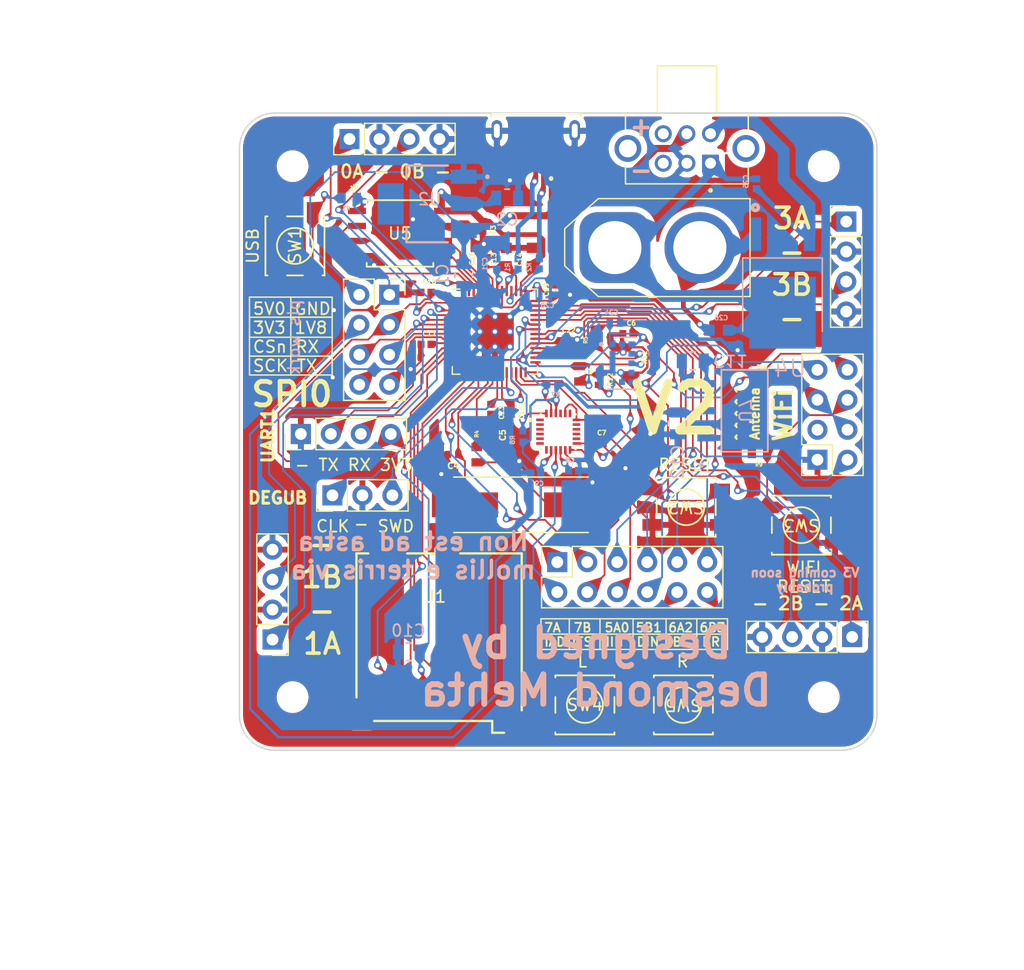
<source format=kicad_pcb>
(kicad_pcb (version 20221018) (generator pcbnew)
  (layers (0 "F.Cu" signal) (31 "B.Cu" signal) (34 "B.Paste" user) (35 "F.Paste" user) (36 "B.SilkS" user "B.Silkscreen") (37 "F.SilkS" user "F.Silkscreen") (38 "B.Mask" user) (39 "F.Mask" user) (44 "Edge.Cuts" user))
  (net 0 "")
  (net 1 "+5V")
  (net 2 "GND")
  (net 3 "+3V3")
  (net 4 "Net-(U1-XIN)")
  (net 5 "Net-(C5-Pad1)")
  (net 6 "Net-(U3-REGOUT)")
  (net 7 "+1V8")
  (net 8 "+1V1")
  (net 11 "/SPI1_RX")
  (net 12 "/SPI1_SCK")
  (net 13 "/SPI1_TX")
  (net 14 "/SPI1_CSn")
  (net 16 "/USB-")
  (net 17 "/USB+")
  (net 19 "Net-(J3-Pin_1)")
  (net 20 "Net-(J3-Pin_3)")
  (net 21 "/SPI0_RX")
  (net 22 "/SPI0_CSn")
  (net 23 "/SPI0_TX")
  (net 24 "/SPI0_SCK")
  (net 25 "/WiFi_TX{slash}GPIO1")
  (net 27 "Net-(J5-Pin_4)")
  (net 28 "Net-(J5-Pin_6)")
  (net 29 "/WiFi_RX{slash}GPIO3")
  (net 30 "/M1_PWM_A")
  (net 31 "/M1_PWM_B")
  (net 32 "/M2_PWM_A")
  (net 33 "/M2_PWM_B")
  (net 34 "/M3_PWM_A")
  (net 35 "/M3_PWM_B")
  (net 36 "/M4_PWM_A")
  (net 37 "/M4_PWM_B")
  (net 38 "/UART1_TX")
  (net 39 "/UART1_RX")
  (net 40 "/PWM7A")
  (net 41 "/IMU_AD0")
  (net 42 "/PWM7B")
  (net 43 "/IMU_FSYNC")
  (net 44 "/ADC0{slash}PWM5A")
  (net 45 "/IMU_INT")
  (net 46 "/ADC1{slash}PWM5B")
  (net 47 "/DIST_GPIO")
  (net 48 "/ADC2{slash}PWM6A")
  (net 49 "Net-(J11-Pad10)")
  (net 50 "/ADC3{slash}PWM6B")
  (net 51 "Net-(J11-Pad12)")
  (net 52 "Net-(J13-Pin_1)")
  (net 53 "Net-(J13-Pin_2)")
  (net 54 "Net-(U1-USB_DP)")
  (net 55 "Net-(U1-USB_DM)")
  (net 56 "Net-(R3-Pad1)")
  (net 57 "/QSPI_SS")
  (net 58 "Net-(U1-XOUT)")
  (net 59 "/DIST_SCL")
  (net 60 "/DIST_SDA")
  (net 61 "/IMU_SCL")
  (net 62 "/IMU_SDA")
  (net 63 "Net-(U6-XSHUT)")
  (net 66 "Net-(U1-RUN)")
  (net 67 "/QSPI_SD3")
  (net 68 "/QSPI_SLCK")
  (net 69 "/QSPI_SD0")
  (net 70 "/QSPI_SD2")
  (net 71 "/QSPI_SD1")
  (net 86 "Net-(U4-OUT)")
  (footprint "Connector_PinHeader_2.54mm:PinHeader_1x03_P2.54mm_Vertical" (layer "F.Cu") (at 135.275 102 90)
    (fp_text reference "J3" hide)
    (fp_text value "DEBUG")
  )
  (footprint "0402YC104KAT2A:CAPC1005X56N" (layer "F.Cu") (at 143.2 84.8)
    (fp_text reference "C18")
    (fp_text value "100nF")
  )
  (footprint "RC0402FR-073K3L:RESC1005X40" (layer "F.Cu") (at 156.2 91.7 -90)
    (fp_text reference "R6")
    (fp_text value "3.3k")
  )
  (footprint "0402YC104KAT2A:CAPC1005X56N" (layer "F.Cu") (at 143.2 89.2)
    (fp_text reference "C17")
    (fp_text value "100nF")
  )
  (footprint "Connector_PinSocket_2.54mm:PinSocket_2x04_P2.54mm_Vertical" (layer "F.Cu") (at 176.36 98.98 180)
    (fp_text reference "J5" hide)
    (fp_text value "ESP8266_WIFI")
  )
  (footprint "Connector_PinSocket_2.54mm:PinSocket_2x04_P2.54mm_Vertical" (layer "F.Cu") (at 140.09 85)
    (fp_text reference "J4" hide)
    (fp_text value "CAM/SPI0")
  )
  (footprint "C0402C270F5GAC:CAPC1005X55N" (layer "F.Cu") (at 145.5 98.53 180)
    (fp_text reference "C4")
    (fp_text value "27pF")
  )
  (footprint "0402YC104KAT2A:CAPC1005X56N" (layer "F.Cu") (at 148 82.22 90)
    (fp_text reference "C16")
    (fp_text value "100nF")
  )
  (footprint "0402YC104KAT2A:CAPC1005X56N" (layer "F.Cu") (at 157.8 97.6)
    (fp_text reference "C7")
    (fp_text value "100nF")
  )
  (footprint "EG2208:SW_EG2208" (layer "F.Cu") (at 165.3 72.6 180)
    (fp_text reference "S1" hide)
    (fp_text value "Switch")
  )
  (footprint "RP2040:RP2040-QFN-56" (layer "F.Cu") (at 149.0375 88.125)
    (fp_text reference "U1" hide)
    (fp_text value "RP2040")
  )
  (footprint "0402YC104KAT2A:CAPC1005X56N" (layer "F.Cu") (at 155 88.9)
    (fp_text reference "C22")
    (fp_text value "100nF")
  )
  (footprint "C0402C270F5GAC:CAPC1005X55N" (layer "F.Cu") (at 149.7 98.53 90)
    (fp_text reference "C5")
    (fp_text value "27pF")
  )
  (footprint "ICM-20948:QFN40P300X300X105-24N" (layer "F.Cu") (at 154.4 96.6)
    (fp_text reference "U3" hide)
    (fp_text value "ICM-20948")
  )
  (footprint "Connector_PinHeader_2.54mm:PinHeader_1x04_P2.54mm_Vertical" (layer "F.Cu") (at 132.6 96.8 90)
    (fp_text reference "J10" hide)
    (fp_text value "UART1")
  )
  (footprint "CL10A105KA8NNNC:CAPC1608X90N" (layer "F.Cu") (at 152.2 81.8 90)
    (fp_text reference "C14")
    (fp_text value "1uF")
  )
  (footprint "Connector_PinHeader_2.54mm:PinHeader_1x04_P2.54mm_Vertical" (layer "F.Cu") (at 179.3 114 -90)
    (fp_text reference "J8" hide)
    (fp_text value "M3")
  )
  (footprint "Connector_PinHeader_2.54mm:PinHeader_1x04_P2.54mm_Vertical" (layer "F.Cu") (at 136.72 71.8 90)
    (fp_text reference "J6" hide)
    (fp_text value "M1")
  )
  (footprint "Connector_PinHeader_2.54mm:PinHeader_1x04_P2.54mm_Vertical" (layer "F.Cu") (at 178.8 78.8)
    (fp_text reference "J9" hide)
    (fp_text value "M4")
  )
  (footprint "MountingHole:MountingHole_2.2mm_M2" (layer "F.Cu") (at 131.9 119.1)
    (fp_text reference "H4" hide)
    (fp_text value "~")
  )
  (footprint "RC1005F103CS:RESC1005X40N" (layer "F.Cu") (at 162.6 90.6 90)
    (fp_text reference "R11")
    (fp_text value "10k")
  )
  (footprint "MountingHole:MountingHole_2.2mm_M2" (layer "F.Cu") (at 131.9 74.1)
    (fp_text reference "H1" hide)
    (fp_text value "~")
  )
  (footprint "0402YC104KAT2A:CAPC1005X56N" (layer "F.Cu") (at 160.3 88.3)
    (fp_text reference "C6")
    (fp_text value "100nF")
  )
  (footprint "0402YC104KAT2A:CAPC1005X56N" (layer "F.Cu") (at 154.2 84.6 -90)
    (fp_text reference "C19")
    (fp_text value "100nF")
  )
  (footprint "PTS-647-SN50-SMTR2-LFS:PTS 647 SN50 SMTR2 LFS" (layer "F.Cu") (at 175 104.524 180)
    (fp_text reference "SW3")
    (fp_text value "WiFi_RESET")
  )
  (footprint "ABLS-12.000MHZ-K2-T:XTAL_ABLS-12.000MHZ-K2-T" (layer "F.Cu") (at 151.25 102.8 180)
    (fp_text reference "Y1" hide)
    (fp_text value "12MHz")
  )
  (footprint "10118193-0001LF:AMPHENOL_10118193-0001LF" (layer "F.Cu") (at 152.5 71.1 180)
    (fp_text reference "J2" hide)
    (fp_text value "MicroUSB Connector")
  )
  (footprint "0402YC104KAT2A:CAPC1005X56N" (layer "F.Cu") (at 150.4 94.7 -90)
    (fp_text reference "C15")
    (fp_text value "100nF")
  )
  (footprint "RC1005F103CS:RESC1005X40N" (layer "F.Cu") (at 157.8 92.2 90)
    (fp_text reference "R12")
    (fp_text value "10k")
  )
  (footprint "PTS-647-SN50-SMTR2-LFS:PTS 647 SN50 SMTR2 LFS" (layer "F.Cu") (at 165.0025 119.76 180)
    (fp_text reference "SW5")
    (fp_text value "DOWN")
  )
  (footprint "0402YC104KAT2A:CAPC1005X56N" (layer "F.Cu") (at 148 79.2 -90)
    (fp_text reference "C3")
    (fp_text value "100nF")
  )
  (footprint "MEM2051-00-195-00-A:GCT_MEM2051-00-195-00-A" (layer "F.Cu") (at 144.31 114.52)
    (fp_text reference "J1")
    (fp_text value "MicroSD Holder")
  )
  (footprint "PTS-647-SN50-SMTR2-LFS:PTS 647 SN50 SMTR2 LFS" (layer "F.Cu") (at 132.1 80.8575 90)
    (fp_text reference "SW1")
    (fp_text value "Button")
  )
  (footprint "RC0402FR-071KL:RESC1005X40" (layer "F.Cu") (at 147.5 98.55 -90)
    (fp_text reference "R4")
    (fp_text value "1k")
  )
  (footprint "PTS-647-SN50-SMTR2-LFS:PTS 647 SN50 SMTR2 LFS" (layer "F.Cu") (at 156.66 119.76)
    (fp_text reference "SW4")
    (fp_text value "UP")
  )
  (footprint "MountingHole:MountingHole_2.2mm_M2" (layer "F.Cu") (at 176.9 74.1)
    (fp_text reference "H2" hide)
    (fp_text value "~")
  )
  (footprint "RC0402FR-073K3L:RESC1005X40" (layer "F.Cu") (at 157.6 88.6 90)
    (fp_text reference "R5")
    (fp_text value "3.3k")
  )
  (footprint "PTS-647-SN50-SMTR2-LFS:PTS 647 SN50 SMTR2 LFS" (layer "F.Cu") (at 165.2425 103 180)
    (fp_text reference "SW2")
    (fp_text value "Button")
  )
  (footprint "Connector_PinHeader_2.54mm:PinHeader_1x04_P2.54mm_Vertical" (layer "F.Cu") (at 130.2 114.22 180)
    (fp_text reference "J7" hide)
    (fp_text value "M2")
  )
  (footprint "Connector_AMASS:AMASS_XT60-M_1x02_P7.20mm_Vertical" (layer "F.Cu") (at 159.2 81)
    (fp_text reference "J13" hide)
    (fp_text value "BATTERY")
  )
  (footprint "CL10A105KA8NNNC:CAPC1608X90N" (layer "F.Cu") (at 150 81.8 90)
    (fp_text reference "C13")
    (fp_text value "1uF")
  )
  (footprint "RC0402FR-071KL:RESC1005X40" (layer "F.Cu") (at 171.45 98.4)
    (fp_text reference "R9")
    (fp_text value "1k")
  )
  (footprint "0402YC104KAT2A:CAPC1005X56N" (layer "F.Cu") (at 148.7 94.7 -90)
    (fp_text reference "C23")
    (fp_text value "100nF")
  )
  (footprint "W25Q128JVSIQ-TR:SOIC_208MIL_WIN" (layer "F.Cu") (at 141 79.8)
    (fp_text reference "U5")
    (fp_text value "W25Q128JVSIQ TR")
  )
  (footprint "Connector_PinSocket_2.54mm:PinSocket_2x06_P2.54mm_Vertical" (layer "F.Cu") (at 154.32 107.66 90)
    (fp_text reference "J11" hide)
    (fp_text value "~")
  )
  (footprint "MountingHole:MountingHole_2.2mm_M2" (layer "F.Cu") (at 176.9 119.1)
    (fp_text reference "H3" hide)
    (fp_text value "~")
  )
  (footprint "RC0402FR-073K3L:RESC1005X40" (layer "F.Cu") (at 171.9 92)
    (fp_text reference "R10")
    (fp_text value "3.3k")
  )
  (footprint "0402YC104KAT2A:CAPC1005X56N" (layer "B.Cu") (at 171.2 75.6 -90)
    (fp_text reference "C25")
    (fp_text value "100nF")
  )
  (footprint "CL21A106KOQNNNE:CAP_CL21_SAM" (layer "B.Cu") (at 165.8 90.6)
    (fp_text reference "C11")
    (fp_text value "10uF")
  )
  (footprint "MC7805BDTRKG:DPAK229P990X238-4N" (layer "B.Cu") (at 173.4 84.0075)
    (fp_text reference "U4")
    (fp_text value "MC7805BDTRKG")
  )
  (footprint "RMCF0402FT27R4:RESC1005X35N" (layer "B.Cu") (at 151 82.38 -90)
    (fp_text reference "R1")
    (fp_text value "27.4")
  )
  (footprint "CL21A106KOQNNNE:CAP_CL21_SAM" (layer "B.Cu") (at 164.5 95.9 -90)
    (fp_text reference "C12")
    (fp_text value "10uF")
  )
  (footprint "0402YC104KAT2A:CAPC1005X56N" (layer "B.Cu") (at 155.7 99.9 180)
    (fp_text reference "C8")
    (fp_text value "100nF")
  )
  (footprint "CL10A105KA8NNNC:CAPC1608X90N" (layer "B.Cu") (at 168 88 180)
    (fp_text reference "C26")
    (fp_text value "1uF")
  )
  (footprint "0402YC104KAT2A:CAPC1005X56N" (layer "B.Cu") (at 149.2 82.4 90)
    (fp_text reference "C21")
    (fp_text value "100nF")
  )
  (footprint "RMCF0402FT27R4:RESC1005X35N" (layer "B.Cu") (at 152.8 82.38 -90)
    (fp_text reference "R2")
    (fp_text value "27.4")
  )
  (footprint "RC1005F103CS:RESC1005X40N" (layer "B.Cu") (at 153.9 92.6)
    (fp_text reference "R7")
    (fp_text value "10k")
  )
  (footprint "GRM155R60J475ME47D:CAPC1005X60N" (layer "B.Cu") (at 159.2 87.4 180)
    (fp_text reference "C24")
    (fp_text value "4.7uF")
  )
  (footprint "CL21A106KOQNNNE:CAP_CL21_SAM" (layer "B.Cu") (at 150.0722 76.8 180)
    (fp_text reference "C2")
    (fp_text value "10uF")
  )
  (footprint "0402YC104KAT2A:CAPC1005X56N" (layer "B.Cu") (at 153.2 85)
    (fp_text reference "C20")
    (fp_text value "100nF")
  )
  (footprint "RC1005F103CS:RESC1005X40N" (layer "B.Cu") (at 151.4 97 -90)
    (fp_text reference "R8")
    (fp_text value "10k")
  )
  (footprint "NCP1117ST18T3G:SOT223-3_ONS" (layer "B.Cu") (at 170.1873 94.8285 90)
    (fp_text reference "U7")
    (fp_text value "1V8 Regulator")
  )
  (footprint "CL21A106KOQNNNE:CAP_CL21_SAM" (layer "B.Cu") (at 146.4 83.3278 -90)
    (fp_text reference "C1")
    (fp_text value "10uF")
  )
  (footprint "AZ1117IH-3.3TRG1:SOT230P700X185-4N" (layer "B.Cu") (at 143.3 77.3 180)
    (fp_text reference "U2")
    (fp_text value "3V3 Regulator")
  )
  (footprint "CL21A106KOQNNNE:CAP_CL21_SAM" (layer "B.Cu") (at 141.74 115.26)
    (fp_text reference "C10")
    (fp_text value "10uF")
  )
  (footprint "VL53L4CXV0DH_1:XCDR_VL53L4CXV0DH_1" (layer "B.Cu") (at 159.8 90.8 90)
    (fp_text reference "U6" hide)
    (fp_text value "Distance Sensor")
  )
  (footprint "RC0402FR-071KL:RESC1005X40" (layer "B.Cu") (at 136.7 76.8)
    (fp_text reference "R3")
    (fp_text value "1k")
  )
  (footprint "0402YC104KAT2A:CAPC1005X56N" (layer "B.Cu") (at 152.5 100.1)
    (fp_text reference "C9")
    (fp_text value "100nF")
  )
  (gr_line (start 131.75 85.2) (end 131.75 88.6) (stroke (width 0.12)) (layer "F.SilkS"))
  (gr_line (start 131.75 90.2) (end 135.25 90.2) (stroke (width 0.12)) (layer "F.SilkS"))
  (gr_line (start 131.75 86.9) (end 135.25 86.9) (stroke (width 0.12)) (layer "F.SilkS"))
  (gr_rect (start 152.94 112.46) (end 168.74 115.06) (stroke (width 0.12)) (fill none) (layer "F.SilkS"))
  (gr_line (start 131.75 88.6) (end 131.75 91.8) (stroke (width 0.12)) (layer "F.SilkS"))
  (gr_line (start 128.25 88.6) (end 135.25 88.6) (stroke (width 0.12)) (layer "F.SilkS"))
  (gr_line (start 131.75 86.9) (end 128.25 86.9) (stroke (width 0.12)) (layer "F.SilkS"))
  (gr_line (start 157.94 112.46) (end 157.94 115.06) (stroke (width 0.12)) (layer "F.SilkS"))
  (gr_line (start 135.25 86.9) (end 131.75 86.9) (stroke (width 0.12)) (layer "F.SilkS"))
  (gr_line (start 160.74 112.46) (end 160.74 115.06) (stroke (width 0.12)) (layer "F.SilkS"))
  (gr_line (start 155.34 112.46) (end 155.34 115.06) (stroke (width 0.12)) (layer "F.SilkS"))
  (gr_line (start 166.14 112.46) (end 166.14 115.06) (stroke (width 0.12)) (layer "F.SilkS"))
  (gr_line (start 152.94 113.76) (end 168.74 113.76) (stroke (width 0.12)) (layer "F.SilkS"))
  (gr_rect (start 128.25 85.2) (end 135.25 91.8) (stroke (width 0.12)) (fill none) (layer "F.SilkS"))
  (gr_line (start 131.75 90.2) (end 128.35 90.2) (stroke (width 0.12)) (layer "F.SilkS"))
  (gr_line (start 163.54 112.46) (end 163.54 115.06) (stroke (width 0.12)) (layer "F.SilkS"))
  (gr_line (start 181.4 72.6) (end 181.4 120.6) (stroke (width 0.12)) (layer "Edge.Cuts"))
  (gr_arc (start 178.4 69.6) (mid 180.52132 70.47868) (end 181.4 72.6) (stroke (width 0.12)) (layer "Edge.Cuts"))
  (gr_arc (start 127.4 72.6) (mid 128.27868 70.47868) (end 130.4 69.6) (stroke (width 0.12)) (layer "Edge.Cuts"))
  (gr_line (start 130.4 69.6) (end 178.4 69.6) (stroke (width 0.12)) (layer "Edge.Cuts"))
  (gr_arc (start 130.4 123.6) (mid 128.27868 122.72132) (end 127.4 120.6) (stroke (width 0.12)) (layer "Edge.Cuts"))
  (gr_line (start 127.4 120.6) (end 127.4 72.6) (stroke (width 0.12)) (layer "Edge.Cuts"))
  (gr_arc (start 181.4 120.6) (mid 180.52132 122.72132) (end 178.4 123.6) (stroke (width 0.12)) (layer "Edge.Cuts"))
  (gr_line (start 178.4 123.6) (end 130.4 123.6) (stroke (width 0.12)) (layer "Edge.Cuts"))
  (gr_text "Non est ad astra\nmollis e terris via" (at 142.1 109.2) (layer "B.SilkS") (effects (font (size 1.5 1.5) (thickness 0.3)) (justify bottom mirror)))
  (gr_text "Designed by\nDesmond Mehta" (at 157.6 120) (layer "B.SilkS") (effects (font (size 2.5 2.5) (thickness 0.5) bold) (justify bottom mirror)))
  (gr_text "+" (at 160.3 71.6) (layer "B.SilkS") (effects (font (size 1.5 1.5) (thickness 0.3) bold) (justify left bottom)))
  (gr_text "V3 coming soon\nprobably" (at 175.3 110.2) (layer "B.SilkS") (effects (font (size 0.75 0.75) (thickness 0.1875) bold) (justify bottom mirror)))
  (gr_text "-" (at 160.3 75.3) (layer "B.SilkS") (effects (font (size 1.5 1.5) (thickness 0.3) bold) (justify left bottom)))
  (gr_text "pls work\n" (at 132.6 88.6 90) (layer "B.SilkS") (effects (font (size 1 1)) (justify bottom mirror)))
  (gr_text "R" (at 164.34 116.66) (layer "F.SilkS") (effects (font (size 1 1)) (justify left bottom)))
  (gr_text "USB" (at 129.1 82.4575 90) (layer "F.SilkS") (effects (font (size 1 1)) (justify left bottom)))
  (gr_text "L" (at 155.94 116.66) (layer "F.SilkS") (effects (font (size 1 1)) (justify left bottom)))
  (gr_text "5V0 GND\n3V3 1V8\nCSn RX\nSCK TX\n" (at 128.45 91.6) (layer "F.SilkS") (effects (font (size 1 1)) (justify left bottom)))
  (gr_text "0A - 0B -" (at 135.8 75.2) (layer "F.SilkS") (effects (font (size 1.1 1.1) (thickness 0.2)) (justify left bottom)))
  (gr_text "-\n1B\n-\n1A" (at 134.4 115.6) (layer "F.SilkS") (effects (font (size 1.75 1.75) (thickness 0.3) bold) (justify bottom)))
  (gr_text "CLK" (at 133.8 105.2) (layer "F.SilkS") (effects (font (size 1 1)) (justify left bottom)))
  (gr_text "DEGUB" (at 128 102.8) (layer "F.SilkS") (effects (font (size 1 1) (thickness 0.25) bold) (justify left bottom)))
  (gr_text "UART1" (at 130.4 99.4 90) (layer "F.SilkS") (effects (font (size 1 1) (thickness 0.25) bold) (justify left bottom)))
  (gr_text "WiFi" (at 174.3 97.6 90) (layer "F.SilkS") (effects (font (size 1.5 1.5) (thickness 0.3) bold) (justify left bottom)))
  (gr_text "SPI0" (at 128.2 94.6) (layer "F.SilkS") (effects (font (size 2 2) (thickness 0.4) bold) (justify left bottom)))
  (gr_text "V2" (at 160.2 97) (layer "F.SilkS") (effects (font (size 4 4) (thickness 0.75) bold) (justify left bottom)))
  (gr_text "- 2B - 2A\n" (at 170.7 111.8) (layer "F.SilkS") (effects (font (size 1.1 1.1) (thickness 0.2)) (justify left bottom)))
  (gr_text "RESET" (at 162.8 100) (layer "F.SilkS") (effects (font (size 1 1)) (justify left bottom)))
  (gr_text "WIFI\nRESET" (at 175.2 110.324) (layer "F.SilkS") (effects (font (size 1 1)) (justify bottom)))
  (gr_text "- TX RX 3V3\n" (at 132 100) (layer "F.SilkS") (effects (font (size 1 1)) (justify left bottom)))
  (gr_text "7A  7B  5A0 5B1 6A2 6B3\nIAD IFS  IIN  DIN  BL  BR" (at 153.14 114.86) (layer "F.SilkS") (effects (font (size 0.75 0.75)) (justify left bottom)))
  (gr_text "-" (at 137 105) (layer "F.SilkS") (effects (font (size 1 1)) (justify left bottom)))
  (gr_text "SWD" (at 139 105.2) (layer "F.SilkS") (effects (font (size 1 1)) (justify left bottom)))
  (gr_text "3A\n-\n3B\n-" (at 174.2 88) (layer "F.SilkS") (effects (font (size 1.75 1.75) (thickness 0.3) bold) (justify bottom)))
  (gr_text "^ ^ ^ ^ ^ \nAntenna" (at 171.5 97.4 90) (layer "F.SilkS") (effects (font (size 0.75 0.75) (thickness 0.1875) bold) (justify left bottom)))
  (segment (start 166.9 89.1) (end 168 90.2) (width 0.3) (layer "F.Cu") (net 1))
  (segment (start 150.3 78.3) (end 153.5 78.3) (width 0.6) (layer "F.Cu") (net 1))
  (segment (start 166.33033 89.1) (end 166.9 89.1) (width 0.3) (layer "F.Cu") (net 1))
  (segment (start 157.125 85.425) (end 162.65533 85.425) (width 0.3) (layer "F.Cu") (net 1))
  (segment (start 164.05 72.6) (end 162.7 72.6) (width 0.6) (layer "F.Cu") (net 1))
  (segment (start 153.8 75.8) (end 153.8 73.775) (width 0.4) (layer "F.Cu") (net 1))
  (segment (start 153.8 82.1) (end 157.125 85.425) (width 0.3) (layer "F.Cu") (net 1))
  (segment (start 153.8 78) (end 153.8 82.1) (width 0.3) (layer "F.Cu") (net 1))
  (segment (start 159.9 75.4) (end 156.4 75.4) (width 0.6) (layer "F.Cu") (net 1))
  (segment (start 153.5 78.3) (end 153.8 78) (width 0.6) (layer "F.Cu") (net 1))
  (segment (start 162.7 72.6) (end 159.9 75.4) (width 0.6) (layer "F.Cu") (net 1))
  (segment (start 162.65533 85.425) (end 166.33033 89.1) (width 0.3) (layer "F.Cu") (net 1))
  (segment (start 156.4 75.4) (end 153.8 78) (width 0.6) (layer "F.Cu") (net 1))
  (segment (start 165.3 71.35) (end 164.05 72.6) (width 0.6) (layer "F.Cu") (net 1))
  (segment (start 153.8 78) (end 153.8 75.8) (width 0.4) (layer "F.Cu") (net 1))
  (via (at 168 90.2) (size 0.6) (drill 0.35) (layers "F.Cu" "B.Cu") (net 1))
  (via (at 150.3 78.3) (size 0.6) (drill 0.35) (layers "F.Cu" "B.Cu") (net 1))
  (segment (start 167.6 90.6) (end 168 90.2) (width 0.3) (layer "B.Cu") (net 1))
  (segment (start 146.8 79.2) (end 146.4 79.6) (width 0.6) (layer "B.Cu") (net 1))
  (segment (start 135.5 74.6) (end 141.4 74.6) (width 0.15) (layer "B.Cu") (net 1))
  (segment (start 166.9615 92.5298) (end 166.9615 90.8337) (width 0.3) (layer "B.Cu") (net 1))
  (segment (start 150.3 78.3) (end 149.4 79.2) (width 0.6) (layer "B.Cu") (net 1))
  (segment (start 146.4 79.6) (end 146.4 82.4) (width 0.4) (layer "B.Cu") (net 1))
  (segment (start 133.4 80.85) (end 133.4 76.7) (width 0.15) (layer "B.Cu") (net 1))
  (segment (start 166.7278 90.6) (end 167.6 90.6) (width 0.3) (layer "B.Cu") (net 1))
  (segment (start 137.55 85) (end 133.4 80.85) (width 0.15) (layer "B.Cu") (net 1))
  (segment (start 149.4 79.2) (end 146.8 79.2) (width 0.6) (layer "B.Cu") (net 1))
  (segment (start 141.4 74.6) (end 146.4 79.6) (width 0.15) (layer "B.Cu") (net 1))
  (segment (start 166.9615 90.8337) (end 166.7278 90.6) (width 0.3) (layer "B.Cu") (net 1))
  (segment (start 133.4 76.7) (end 135.5 74.6) (width 0.15) (layer "B.Cu") (net 1))
  (segment (start 161.527818 89.45) (end 161.95 89.872182) (width 0.2) (layer "F.Cu") (net 2))
  (segment (start 142.78 84.8) (end 140.29 84.8) (width 0.2) (layer "F.Cu") (net 2))
  (segment (start 155.7 71.2) (end 155.8 71.1) (width 0.6) (layer "F.Cu") (net 2))
  (segment (start 159.9 89.8755) (end 160.3255 89.45) (width 0.2) (layer "F.Cu") (net 2))
  (segment (start 149.7 98.1) (end 150.1 98.1) (width 0.2) (layer "F.Cu") (net 2))
  (segment (start 138.79 86.3) (end 135.4 86.3) (width 0.2) (layer "F.Cu") (net 2))
  (segment (start 154.2 84.18) (end 154.58 84.18) (width 0.15) (layer "F.Cu") (net 2))
  (segment (start 160.8 100.4) (end 160.8 102.8) (width 0.15) (layer "F.Cu") (net 2))
  (segment (start 151.2 74.4) (end 150.3 75.3) (width 0.3) (layer "F.Cu") (net 2))
  (segment (start 155.945 94.689264) (end 155.945 95.6) (width 0.15) (layer "F.Cu") (net 2))
  (segment (start 158.22 97.6) (end 158.22 97.82) (width 0.15) (layer "F.Cu") (net 2))
  (segment (start 142.78 90.62) (end 142.78 89.2) (width 0.15) (layer "F.Cu") (net 2))
  (segment (start 161.5 91.6) (end 159.7 91.6) (width 0.2) (layer "F.Cu") (net 2))
  (segment (start 148.0375 91.5625) (end 148.0375 89.675) (width 0.2) (layer "F.Cu") (net 2))
  (segment (start 148.7 95.12) (end 149.48 95.12) (width 0.15) (layer "F.Cu") (net 2))
  (segment (start 151.0625 86.1) (end 150.3125 86.85) (width 0.15) (layer "F.Cu") (net 2))
  (segment (start 149.2 73.45) (end 149.3 73.55) (width 0.6) (layer "F.Cu") (net 2))
  (segment (start 149.5 95.1) (end 149.52 95.12) (width 0.15) (layer "F.Cu") (net 2))
  (segment (start 155.555736 94.3) (end 155.945 94.689264) (width 0.15) (layer "F.Cu") (net 2))
  (segment (start 155.3 94.3) (end 155.555736 94.3) (width 0.15) (layer "F.Cu") (net 2))
  (segment (start 158.22 97.135) (end 158.22 97.6) (width 0.15) (layer "F.Cu") (net 2))
  (segment (start 140.09 85) (end 138.79 86.3) (width 0.2) (layer "F.Cu") (net 2))
  (segment (start 161.95 91.15) (end 161.5 91.6) (width 0.2) (layer "F.Cu") (net 2))
  (segment (start 149.48 95.12) (end 149.5 95.1) (width 0.15) (layer "F.Cu") (net 2))
  (segment (start 148.0375 89.675) (end 147.7625 89.4) (width 0.2) (layer "F.Cu") (net 2))
  (segment (start 155 94.6) (end 155.3 94.3) (width 0.15) (layer "F.Cu") (net 2))
  (segment (start 158.22 97.82) (end 160.1 99.7) (width 0.15) (layer "F.Cu") (net 2))
  (segment (start 151.3 86.1) (end 151.0625 86.1) (width 0.15) (layer "F.Cu") (net 2))
  (segment (start 155.42 88.9) (end 155.9 88.9) (width 0.15) (layer "F.Cu") (net 2))
  (segment (start 150.1 98.1) (end 151.1 99.1) (width 0.2) (layer "F.Cu") (net 2))
  (segment (start 155.9 88.9) (end 156 88.8) (width 0.15) (layer "F.Cu") (net 2))
  (segment (start 141.9 91.3) (end 142.1 91.3) (width 0.15) (layer "F.Cu") (net 2))
  (segment (start 156.685 95.6) (end 158.22 97.135) (width 0.15) (layer "F.Cu") (net 2))
  (segment (start 161.95 89.872182) (end 161.95 91.15) (width 0.2) (layer "F.Cu") (net 2))
  (segment (start 142.1 91.3) (end 142.78 90.62) (width 0.15) (layer "F.Cu") (net 2))
  (segment (start 160.8 102.8) (end 162.4 104.4) (width 0.15) (layer "F.Cu") (net 2))
  (segment (start 159.88 89.8555) (end 159.88 88.3) (width 0.15) (layer "F.Cu") (net 2))
  (segment (start 151.2 73.775) (end 151.2 74.4) (width 0.3) (layer "F.Cu") (net 2))
  (segment (start 155.945 95.6) (end 156.685 95.6) (width 0.15) (layer "F.Cu") (net 2))
  (segment (start 160.1 99.7) (end 160.8 100.4) (width 0.15) (layer "F.Cu") (net 2))
  (segment (start 159.9 89.8755) (end 159.88 89.8555) (width 0.15) (layer "F.Cu") (net 2))
  (segment (start 155 95.055) (end 155 94.6) (width 0.15) (layer "F.Cu") (net 2))
  (segment (start 149.52 95.12) (end 150.4 95.12) (width 0.15) (layer "F.Cu") (net 2))
  (segment (start 154.58 84.18) (end 155.4 85) (width 0.15) (layer "F.Cu") (net 2))
  (segment (start 140.29 84.8) (end 140.09 85) (width 0.2) (layer "F.Cu") (net 2))
  (segment (start 160.3255 89.45) (end 161.527818 89.45) (width 0.2) (layer "F.Cu") (net 2))
  (via (at 151.1 99.1) (size 0.6) (drill 0.35) (layers "F.Cu" "B.Cu") (net 2))
  (via (at 162.2 96.8) (size 0.6) (drill 0.35) (layers "F.Cu" "B.Cu") (net 2))
  (via (at 151.3 86.1) (size 0.6) (drill 0.35) (layers "F.Cu" "B.Cu") (net 2))
  (via (at 159.7 91.6) (size 0.6) (drill 0.35) (layers "F.Cu" "B.Cu") (net 2))
  (via (at 150.3 75.3) (size 0.6) (drill 0.35) (layers "F.Cu" "B.Cu") (net 2))
  (via (at 159.9 89.8755) (size 0.6) (drill 0.35) (layers "F.Cu" "B.Cu") (net 2))
  (via (at 135.3 92) (size 0.6) (drill 0.35) (layers "F.Cu" "B.Cu") (net 2))
  (via (at 155.4 85) (size 0.6) (drill 0.35) (layers "F.Cu" "B.Cu") (net 2))
  (via (at 160.1 99.7) (size 0.6) (drill 0.35) (layers "F.Cu" "B.Cu") (net 2))
  (via (at 149.5 95.1) (size 0.6) (drill 0.35) (layers "F.Cu" "B.Cu") (net 2))
  (via (at 156 88.8) (size 0.6) (drill 0.35) (layers "F.Cu" "B.Cu") (net 2))
  (via (at 144.5 100.2) (size 0.6) (drill 0.35) (layers "F.Cu" "B.Cu") (net 2))
  (via (at 141.9 91.3) (size 0.6) (drill 0.35) (layers "F.Cu" "B.Cu") (net 2))
  (via (at 157.3 100.9) (size 0.6) (drill 0.35) (layers "F.Cu" "B.Cu") (net 2))
  (via (at 142.1 78.6) (size 0.6) (drill 0.35) (layers "F.Cu" "B.Cu") (net 2))
  (via (at 169.6 89.7) (size 0.6) (drill 0.35) (layers "F.Cu" "B.Cu") (net 2))
  (via (at 148.1 80.7) (size 0.6) (drill 0.35) (layers "F.Cu" "B.Cu") (net 2))
  (via (at 138.8 82.5) (size 0.6) (drill 0.35) (layers "F.Cu" "B.Cu") (net 2))
  (via (at 135.4 86.3) (size 0.6) (drill 0.35) (layers "F.Cu" "B.Cu") (net 2))
  (segment (start 156.017963 88.8) (end 156 88.8) (width 0.15) (layer "B.Cu") (net 2))
  (segment (start 165.4 88.5) (end 165.665 88.765) (width 0.3) (layer "B.Cu") (net 2))
  (segment (start 159.55 89.85) (end 159.8 89.6) (width 0.15) (layer "B.Cu") (net 2))
  (segment (start 169.1 89.7) (end 169.6 89.7) (width 0.3) (layer "B.Cu") (net 2))
  (segment (start 159.635 86.935) (end 159.4 86.7) (width 0.15) (layer "B.Cu") (net 2))
  (segment (start 167.7 93.3) (end 168.7 92.3) (width 0.2) (layer "B.Cu") (net 2))
  (segment (start 151.3 84.757537) (end 152.457537 83.6) (width 0.15) (layer "B.Cu") (net 2))
  (segment (start 159.8 91.7) (end 159.7 91.6) (width 0.15) (layer "B.Cu") (net 2))
  (segment (start 159.8 89.6) (end 159.8 89.2) (width 0.15) (layer "B.Cu") (net 2))
  (segment (start 153.62 83.92) (end 153.62 85) (width 0.15) (layer "B.Cu") (net 2))
  (segment (start 159.4 86.7) (end 158.117963 86.7) (width 0.15) (layer "B.Cu") (net 2))
  (segment (start 140.09 85) (end 140.09 83.79) (width 0.15) (layer "B.Cu") (net 2))
  (segment (start 159.4 90) (end 159.55 89.85) (width 0.15) (layer "B.Cu") (net 2))
  (segment (start 164.8722 92.02) (end 166.1522 93.3) (width 0.2) (layer "B.Cu") (net 2))
  (segment (start 146.4 85.4875) (end 147.7625 86.85) (width 0.2) (layer "B.Cu") (net 2))
  (segment (start 152.457537 83.6) (end 153.3 83.6) (width 0.15) (layer "B.Cu") (net 2))
  (segment (start 151.3 86.1) (end 151.3 84.757537) (width 0.15) (layer "B.Cu") (net 2))
  (segment (start 152.08 100.1) (end 152.08 100.08) (width 0.2) (layer "B.Cu") (net 2))
  (segment (start 140.09 83.79) (end 138.8 82.5) (width 0.15) (layer "B.Cu") (net 2))
  (segment (start 153.3 83.6) (end 153.62 83.92) (width 0.15) (layer "B.Cu") (net 2))
  (segment (start 152.08 100.08) (end 151.1 99.1) (width 0.2) (layer "B.Cu") (net 2))
  (segment (start 141.9 91.3) (end 136 91.3) (width 0.15) (layer "B.Cu") (net 2))
  (segment (start 166.1522 93.3) (end 167.7 93.3) (width 0.2) (layer "B.Cu") (net 2))
  (segment (start 159.635 87.4) (end 159.635 86.935) (width 0.15) (layer "B.Cu") (net 2))
  (segment (start 168.165 88.765) (end 169.1 89.7) (width 0.3) (layer "B.Cu") (net 2))
  (segment (start 165.665 88.765) (end 168.165 88.765) (width 0.3) (layer "B.Cu") (net 2))
  (segment (start 168.7 92.3) (end 168.7 91.8) (width 0.2) (layer "B.Cu") (net 2))
  (segment (start 159.8 92.4) (end 159.8 91.7) (width 0.15) (layer "B.Cu") (net 2))
  (segment (start 159 90) (end 159.4 90) (width 0.15) (layer "B.Cu") (net 2))
  (segment (start 158.117963 86.7) (end 156.017963 88.8) (width 0.15) (layer "B.Cu") (net 2))
  (segment (start 159.8745 89.85) (end 159.9 89.8755) (width 0.15) (layer "B.Cu") (net 2))
  (segment (start 159 91.6) (end 159.7 91.6) (width 0.15) (layer "B.Cu") (net 2))
  (segment (start 136 91.3) (end 135.3 92) (width 0.15) (layer "B.Cu") (net 2))
  (segment (start 146.4 84.2556) (end 146.4 85.4875) (width 0.2) (layer "B.Cu") (net 2))
  (segment (start 159.55 89.85) (end 159.8745 89.85) (width 0.15) (layer "B.Cu") (net 2))
  (segment (start 164.8722 90.6) (end 164.8722 92.02) (width 0.2) (layer "B.Cu") (net 2))
  (segment (start 149.2375 83.8625) (end 149.4 83.7) (width 0.15) (layer "F.Cu") (net 3))
  (segment (start 149.7 79.9) (end 152.68 79.9) (width 0.4) (layer "F.Cu") (net 3))
  (segment (start 146.026409 89.125) (end 145.6 89.125) (width 0.15) (layer "F.Cu") (net 3))
  (segment (start 154 85.22) (end 154.2 85.02) (width 0.15) (layer "F.Cu") (net 3))
  (segment (start 151.426772 89.746819) (end 152.048591 89.125) (width 0.15) (layer "F.Cu") (net 3))
  (segment (start 144.875 84.8) (end 143.62 84.8) (width 0.15) (layer "F.Cu") (net 3))
  (segment (start 141.83 85.8) (end 142.675736 85.8) (width 0.15) (layer "F.Cu") (net 3))
  (segment (start 148.826409 85.525) (end 149.2375 85.113909) (width 0.15) (layer "F.Cu") (net 3))
  (segment (start 173.25 90) (end 171.25 92) (width 0.15) (layer "F.Cu") (net 3))
  (segment (start 152.6 84.2) (end 153.42 85.02) (width 0.15) (layer "F.Cu") (net 3))
  (segment (start 143.100736 85.375) (end 143.51 85.375) (width 0.15) (layer "F.Cu") (net 3))
  (segment (start 155.945 97.6) (end 157.38 97.6) (width 0.15) (layer "F.Cu") (net 3))
  (segment (start 146.5 85.998591) (end 146.5 88.651409) (width 0.15) (layer "F.Cu") (net 3))
  (segment (start 141.3755 100) (end 141.3755 97.9555) (width 0.15) (layer "F.Cu") (net 3))
  (segment (start 156.2 92.35) (end 156.65 92.35) (width 0.15) (layer "F.Cu") (net 3))
  (segment (start 146.026409 85.525) (end 146.5 85.998591) (width 0.15) (layer "F.Cu") (net 3))
  (segment (start 139.56 87.54) (end 140.09 87.54) (width 0.15) (layer "F.Cu") (net 3))
  (segment (start 150.835883 85.664117) (end 151.6375 84.8625) (width 0.15) (layer "F.Cu") (net 3))
  (segment (start 149.2375 91.5625) (end 149.2375 93.7425) (width 0.15) (layer "F.Cu") (net 3))
  (segment (start 157.95 87.6) (end 160.485 87.6) (width 0.15) (layer "F.Cu") (net 3))
  (segment (start 157.38 97.6) (end 157.38 97.98) (width 0.15) (layer "F.Cu") (net 3))
  (segment (start 152.2 83) (end 152.2 82.58) (width 0.15) (layer "F.Cu") (net 3))
  (segment (start 160.485 87.6) (end 160.72 87.835) (width 0.15) (layer "F.Cu") (net 3))
  (segment (start 157.6 87.95) (end 157.95 87.6) (width 0.15) (layer "F.Cu") (net 3))
  (segment (start 152.5 85.5) (end 153.9 85.5) (width 0.15) (layer "F.Cu") (net 3))
  (segment (start 151.2375 84.6875) (end 151.2375 83.9625) (width 0.15) (layer "F.Cu") (net 3))
  (segment (start 162.6 89.6) (end 162.6 90.168) (width 0.15) (layer "F.Cu") (net 3))
  (segment (start 152.475 89.125) (end 152.5 89.1) (width 0.15) (layer "F.Cu") (net 3))
  (segment (start 145.575 89.1) (end 143.72 89.1) (width 0.15) (layer "F.Cu") (net 3))
  (segment (start 156.2 92.35) (end 156.782 91.768) (width 0.15) (layer "F.Cu") (net 3))
  (segment (start 153.1 80.32) (end 153.1 81.68) (width 0.4) (layer "F.Cu") (net 3))
  (segment (start 148.58 78.78) (end 149.7 79.9) (width 0.4) (layer "F.Cu") (net 3))
  (segment (start 160.72 87.835) (end 160.72 88.3) (width 0.15) (layer "F.Cu") (net 3))
  (segment (start 143.62 85.265) (end 143.62 84.8) (width 0.15) (layer "F.Cu") (net 3))
  (segment (start 152.048591 89.125) (end 152.475 89.125) (width 0.15) (layer "F.Cu") (net 3))
  (segment (start 177.54 90) (end 173.25 90) (width 0.15) (layer "F.Cu") (net 3))
  (segment (start 146.5 88.651409) (end 146.026409 89.125) (width 0.15) (layer "F.Cu") (net 3))
  (segment (start 130.7 95.01972) (end 136.91972 88.8) (width 0.15) (layer "F.Cu") (net 3))
  (segment (start 137.92 99.1) (end 131.4 99.1) (width 0.15) (layer "F.Cu") (net 3))
  (segment (start 144.6449 77.895) (end 147.115 77.895) (width 0.6) (layer "F.Cu") (net 3))
  (segment (start 161.3 88.3) (end 161.6 88.6) (width 0.15) (layer "F.Cu") (net 3))
  (segment (start 164.2 92.6) (end 164.2 91.612) (width 0.15) (layer "F.Cu") (net 3))
  (segment (start 149.2375 93.7425) (end 148.7 94.28) (width 0.15) (layer "F.Cu") (net 3))
  (segment (start 145.6 85.525) (end 146.026409 85.525) (width 0.15) (layer "F.Cu") (net 3))
  (segment (start 143.51 85.375) (end 143.62 85.265) (width 0.15) (layer "F.Cu") (net 3))
  (segment (start 142.95 116.95) (end 142.8 116.8) (width 0.15) (layer "F.Cu") (net 3))
  (segment (start 153.42 85.02) (end 154.2 85.02) (width 0.15) (layer "F.Cu") (net 3))
  (segment (start 160.5 93.6) (end 158.668 91.768) (width 0.15) (layer "F.Cu") (net 3))
  (segment (start 169.770878 92.329122) (end 170.1 92) (width 0.15) (layer "F.Cu") (net 3))
  (segment (start 151.6375 84.6875) (end 152.1125 84.6875) (width 0.15) (layer "F.Cu") (net 3))
  (segment (start 140.09 87.54) (end 141.83 85.8) (width 0.15) (layer "F.Cu") (net 3))
  (segment (start 170.1 92) (end 171.25 92) (width 0.15) (layer "F.Cu") (net 3))
  (segment (start 149.2375 84.6875) (end 149.2375 83.8625) (width 0.15) (layer "F.Cu") (net 3))
  (segment (start 170.8 98.4) (end 170.8 92.45) (width 0.15) (layer "F.Cu") (net 3))
  (segment (start 144.5 76.3) (end 144.5 77.7501) (width 0.6) (layer "F.Cu") (net 3))
  (segment (start 142.675736 85.8) (end 143.100736 85.375) (width 0.15) (layer "F.Cu") (net 3))
  (segment (start 157.38 97.98) (end 158.2 98.8) (width 0.15) (layer "F.Cu") (net 3))
  (segment (start 138.3 88.8) (end 139.56 87.54) (width 0.15) (layer "F.Cu") (net 3))
  (segment (start 143.72 89.1) (end 143.62 89.2) (width 0.15) (layer "F.Cu") (net 3))
  (segment (start 130.7 98.4) (end 130.7 95.01972) (width 0.15) (layer "F.Cu") (net 3))
  (segment (start 151.426772 90.514984) (end 149.858607 90.514984) (width 0.15) (layer "F.Cu") (net 3))
  (segment (start 158.668 91.768) (end 157.8 91.768) (width 0.15) (layer "F.Cu") (net 3))
  (segment (start 149.6375 86.0375) (end 149.665537 86.065537) (width 0.15) (layer "F.Cu") (net 3))
  (segment (start 142.95 118.38) (end 142.95 116.95) (width 0.15) (layer "F.Cu") (net 3))
  (segment (start 149.6375 84.6875) (end 149.6375 86.0375) (width 0.15) (layer "F.Cu") (net 3))
  (segment (start 153.1 81.68) (end 152.2 82.58) (width 0.4) (layer "F.Cu") (net 3))
  (segment (start 151.2375 84.6875) (end 151.6375 84.6875) (width 0.15) (layer "F.Cu") (net 3))
  (segment (start 149.858607 90.514984) (end 149.2375 91.136091) (width 0.15) (layer "F.Cu") (net 3))
  (segment (start 149.2375 84.6875) (end 149.6375 84.6875) (width 0.15) (layer "F.Cu") (net 3))
  (segment (start 162.756 90.168) (end 162.6 90.168) (width 0.15) (layer "F.Cu") (net 3))
  (segment (start 149.2375 91.136091) (end 149.2375 91.5625) (width 0.15) (layer "F.Cu") (net 3))
  (segment (start 160.5 95.5) (end 160.5 93.6) (width 0.15) (layer "F.Cu") (net 3))
  (segment (start 156.65 92.35) (end 157 92.7) (width 0.15) (layer "F.Cu") (net 3))
  (segment (start 145.6 85.525) (end 148.826409 85.525) (width 0.15) (layer "F.Cu") (net 3))
  (segment (start 145.6 89.125) (end 145.575 89.1) (width 0.15) (layer "F.Cu") (net 3))
  (segment (start 151.426772 90.514984) (end 151.426772 89.746819) (width 0.15) (layer "F.Cu") (net 3))
  (segment (start 140.22 96.8) (end 137.92 99.1) (width 0.15) (layer "F.Cu") (net 3))
  (segment (start 131.4 99.1) (end 130.7 98.4) (width 0.15) (layer "F.Cu") (net 3))
  (segment (start 136.91972 88.8) (end 138.3 88.8) (width 0.15) (layer "F.Cu") (net 3))
  (segment (start 152.5 89.1) (end 154.48 89.1) (width 0.15) (layer "F.Cu") (net 3))
  (segment (start 141.3755 97.9555) (end 140.22 96.8) (width 0.15) (layer "F.Cu") (net 3))
  (segment (start 164.2 91.612) (end 162.756 90.168) (width 0.15) (layer "F.Cu") (net 3))
  (segment (start 150.509576 86.065537) (end 150.835883 85.73923) (width 0.15) (layer "F.Cu") (net 3))
  (segment (start 152.475 85.525) (end 152.5 85.5) (width 0.15) (layer "F.Cu") (net 3))
  (segment (start 152.1125 84.6875) (end 152.6 84.2) (width 0.15) (layer "F.Cu") (net 3))
  (segment (start 160.72 88.3) (end 161.3 88.3) (width 0.15) (layer "F.Cu") (net 3))
  (segment (start 154 85.4) (end 154 85.22) (width 0.15) (layer "F.Cu") (net 3))
  (segment (start 153.9 85.5) (end 154 85.4) (width 0.15) (layer "F.Cu") (net 3))
  (segment (start 148 78.78) (end 148.58 78.78) (width 0.4) (layer "F.Cu") (net 3))
  (segment (start 147.115 77.895) (end 148 78.78) (width 0.6) (layer "F.Cu") (net 3))
  (segment (start 149.2375 85.113909) (end 149.2375 84.6875) (width 0.15) (layer "F.Cu") (net 3))
  (segment (start 151.6375 84.8625) (end 151.6375 84.6875) (width 0.15) (layer "F.Cu") (net 3))
  (segment (start 152.68 79.9) (end 153.1 80.32) (width 0.4) (layer "F.Cu") (net 3))
  (segment (start 149.665537 86.065537) (end 150.509576 86.065537) (width 0.15) (layer "F.Cu") (net 3))
  (segment (start 150.835883 85.73923) (end 150.835883 85.664117) (width 0.15) (layer "F.Cu") (net 3))
  (segment (start 161.6 88.6) (end 162.6 89.6) (width 0.15) (layer "F.Cu") (net 3))
  (segment (start 151.2375 83.9625) (end 152.2 83) (width 0.15) (layer "F.Cu") (net 3))
  (segment (start 145.6 85.525) (end 144.875 84.8) (width 0.15) (layer "F.Cu") (net 3))
  (segment (start 156.782 91.768) (end 157.8 91.768) (width 0.15) (layer "F.Cu") (net 3))
  (segment (start 178.9 91.36) (end 177.54 90) (width 0.15) (layer "F.Cu") (net 3))
  (segment (start 170.8 92.45) (end 171.25 92) (width 0.15) (layer "F.Cu") (net 3))
  (segment (start 144.5 77.7501) (end 144.6449 77.895) (width 0.6) (layer "F.Cu") (net 3))
  (via (at 161.6 88.6) (size 0.6) (drill 0.35) (layers "F.Cu" "B.Cu") (net 3))
  (via (at 152.6 84.2) (size 0.6) (drill 0.35) (layers "F.Cu" "B.Cu") (net 3))
  (via (at 158.2 98.8) (size 0.6) (drill 0.35) (layers "F.Cu" "B.Cu") (net 3))
  (via (at 144.5 76.3) (size 0.6) (drill 0.35) (layers "F.Cu" "B.Cu") (net 3))
  (via (at 149.4 83.7) (size 0.6) (drill 0.35) (layers "F.Cu" "B.Cu") (net 3))
  (via (at 142.8 116.8) (size 0.6) (drill 0.35) (layers "F.Cu" "B.Cu") (net 3))
  (via (at 141.3755 100) (size 0.6) (drill 0.35) (layers "F.Cu" "B.Cu") (net 3))
  (via (at 151.426772 90.514984) (size 0.6) (drill 0.35) (layers "F.Cu" "B.Cu") (net 3))
  (via (at 164.2 92.6) (size 0.6) (drill 0.35) (layers "F.Cu" "B.Cu") (net 3))
  (via (at 157 92.7) (size 0.6) (drill 0.35) (layers "F.Cu" "B.Cu") (net 3))
  (via (at 169.770878 92.329122) (size 0.6) (drill 0.35) (layers "F.Cu" "B.Cu") (net 3))
  (via (at 160.5 95.5) (size 0.6) (drill 0.35) (layers "F.Cu" "B.Cu") (net 3))
  (segment (start 164.2 92.6) (end 165.3 93.7) (width 0.15) (layer "B.Cu") (net 3))
  (segment (start 151.961788 91.05) (end 157 91.05) (width 0.15) (layer "B.Cu") (net 3))
  (segment (start 142.6678 116.6678) (end 142.8 116.8) (width 0.15) (layer "B.Cu") (net 3))
  (segment (start 158.765 88.965) (end 159 89.2) (width 0.15) (layer "B.Cu") (net 3))
  (segment (start 160.6 89.2) (end 161 89.2) (width 0.15) (layer "B.Cu") (net 3))
  (segment (start 141.3755 100.2755) (end 143.425 102.325) (width 0.15) (layer "B.Cu") (net 3))
  (segment (start 146.4 77.3) (end 148.6444 77.3) (width 0.4) (layer "B.Cu") (net 3))
  (segment (start 158.85 89.2) (end 157 91.05) (width 0.15) (layer "B.Cu") (net 3))
  (segment (start 146.4 77.3) (end 145.5 77.3) (width 0.6) (layer "B.Cu") (net 3))
  (segment (start 157 91.05) (end 157 92.7) (width 0.15) (layer "B.Cu") (net 3))
  (segment (start 152.78 89.161756) (end 152.78 85) (width 0.15) (layer "B.Cu") (net 3))
  (segment (start 158.765 87.4) (end 158.765 88.3) (width 0.15) (layer "B.Cu") (net 3))
  (segment (start 160.5 96.5) (end 160.5 95.5) (width 0.15) (layer "B.Cu") (net 3))
  (segment (start 152.6 84.82) (end 152.78 85) (width 0.15) (layer "B.Cu") (net 3))
  (segment (start 145.5 77.3) (end 144.5 76.3) (width 0.6) (layer "B.Cu") (net 3))
  (segment (start 158.765 88.3) (end 158.765 88.965) (width 0.15) (layer "B.Cu") (net 3))
  (segment (start 143.425 102.325) (end 143.425 114.5028) (width 0.15) (layer "B.Cu") (net 3))
  (segment (start 151.426772 90.514984) (end 152.78 89.161756) (width 0.15) (layer "B.Cu") (net 3))
  (segment (start 158.2 98.8) (end 160.5 96.5) (width 0.15) (layer "B.Cu") (net 3))
  (segment (start 149.2 83.5) (end 149.4 83.7) (width 0.15) (layer "B.Cu") (net 3))
  (segment (start 142.6678 115.26) (end 142.6678 116.6678) (width 0.15) (layer "B.Cu") (net 3))
  (segment (start 143.425 114.5028) (end 142.6678 115.26) (width 0.15) (layer "B.Cu") (net 3))
  (segment (start 151.426772 90.514984) (end 151.961788 91.05) (width 0.15) (layer "B.Cu") (net 3))
  (segment (start 165.3 93.7) (end 168.4 93.7) (width 0.15) (layer "B.Cu") (net 3))
  (segment (start 159 89.2) (end 158.85 89.2) (width 0.15) (layer "B.Cu") (net 3))
  (segment (start 168.4 93.7) (end 169.770878 92.329122) (width 0.15) (layer "B.Cu") (net 3))
  (segment (start 152.6 84.2) (end 152.6 84.82) (width 0.15) (layer "B.Cu") (net 3))
  (segment (start 158.765 88.3) (end 161.3 88.3) (width 0.15) (layer "B.Cu") (net 3))
  (segment (start 149.2 82.82) (end 149.2 83.5) (width 0.15) (layer "B.Cu") (net 3))
  (segment (start 148.6444 77.3) (end 149.1444 76.8) (width 0.4) (layer "B.Cu") (net 3))
  (segment (start 161 89.2) (end 161.6 88.6) (width 0.15) (layer "B.Cu") (net 3))
  (segment (start 141.3755 100) (end 141.3755 100.2755) (width 0.15) (layer "B.Cu") (net 3))
  (segment (start 161.3 88.3) (end 161.6 88.6) (width 0.15) (layer "B.Cu") (net 3))
  (segment (start 146.5 99.1) (end 146.5 102.8) (width 0.15) (layer "F.Cu") (net 4))
  (segment (start 148.4375 91.5625) (end 148.4375 92.50144) (width 0.15) (layer "F.Cu") (net 4))
  (segment (start 145.93 95.00894) (end 145.93 98.53) (width 0.15) (layer "F.Cu") (net 4))
  (segment (start 145.93 98.53) (end 146.5 99.1) (width 0.15) (layer "F.Cu") (net 4))
  (segment (start 148.4375 92.50144) (end 145.93 95.00894) (width 0.15) (layer "F.Cu") (net 4))
  (segment (start 149.7 98.96) (end 149.46 99.2) (width 0.15) (layer "F.Cu") (net 5))
  (segment (start 149.46 99.2) (end 147.5 99.2) (width 0.15) (layer "F.Cu") (net 5))
  (segment (start 153.54 102.8) (end 156 102.8) (width 0.15) (layer "F.Cu") (net 5))
  (segment (start 149.7 98.96) (end 153.54 102.8) (width 0.15) (layer "F.Cu") (net 5))
  (segment (start 154.6 98.928302) (end 154.6 98.145) (width 0.15) (layer "F.Cu") (net 6))
  (segment (start 154.935849 99.264151) (end 154.6 98.928302) (width 0.15) (layer "F.Cu") (net 6))
  (via (at 154.935849 99.264151) (size 0.6) (drill 0.35) (layers "F.Cu" "B.Cu") (net 6))
  (segment (start 154.871698 99.2) (end 154.8 99.2) (width 0.15) (layer "B.Cu") (net 6))
  (segment (start 154.935849 99.264151) (end 155.28 99.608302) (width 0.15) (layer "B.Cu") (net 6))
  (segment (start 155.28 99.608302) (end 155.28 99.9) (width 0.15) (layer "B.Cu") (net 6))
  (segment (start 153.8 98.6) (end 153.2 99.2) (width 0.15) (layer "F.Cu") (net 7))
  (segment (start 153.8 98.145) (end 153.8 98.6) (width 0.15) (layer "F.Cu") (net 7))
  (segment (start 154.231447 93.917374) (end 154.231447 94.679221) (width 0.15) (layer "F.Cu") (net 7))
  (segment (start 154.231447 94.679221) (end 154.2 94.710668) (width 0.15) (layer "F.Cu") (net 7))
  (segment (start 154.2 94.710668) (end 154.2 95.055) (width 0.15) (layer "F.Cu") (net 7))
  (via (at 154.231447 93.917374) (size 0.6) (drill 0.35) (layers "F.Cu" "B.Cu") (net 7))
  (via (at 153.2 99.2) (size 0.6) (drill 0.35) (layers "F.Cu" "B.Cu") (net 7))
  (segment (start 152.92 103.78) (end 152.92 100.1) (width 0.2) (layer "B.Cu") (net 7))
  (segment (start 161.5 94.5) (end 161.9722 94.9722) (width 0.3) (layer "B.Cu") (net 7))
  (segment (start 152.05 97.282) (end 152.05 94.408578) (width 0.2) (layer "B.Cu") (net 7))
  (segment (start 156.912132 94.5) (end 155.012132 92.6) (width 0.3) (layer "B.Cu") (net 7))
  (segment (start 137.55 87.54) (end 129.1 95.99) (width 0.2) (layer "B.Cu") (net 7))
  (segment (start 154.231447 92.700553) (end 154.332 92.6) (width 0.3) (layer "B.Cu") (net 7))
  (segment (start 130.7 122.5) (end 145.5 122.5) (width 0.2) (layer "B.Cu") (net 7))
  (segment (start 152.92 99.48) (end 153.2 99.2) (width 0.15) (layer "B.Cu") (net 7))
  (segment (start 152.92 99.92) (end 152.92 100.1) (width 0.15) (layer "B.Cu") (net 7))
  (segment (start 152.541204 93.917374) (end 154.231447 93.917374) (width 0.2) (layer "B.Cu") (net 7))
  (segment (start 161.9722 94.9722) (end 164.5 94.9722) (width 0.3) (layer "B.Cu") (net 7))
  (segment (start 155.012132 92.6) (end 154.332 92.6) (width 0.3) (layer "B.Cu") (net 7))
  (segment (start 149.1 118.9) (end 149.1 107.6) (width 0.2) (layer "B.Cu") (net 7))
  (segment (start 129.1 96) (end 128.3 96.8) (width 0.2) (layer "B.Cu") (net 7))
  (segment (start 164.5 94.9722) (end 166.8178 94.9722) (width 0.3) (layer "B.Cu") (net 7))
  (segment (start 151.4 97.432) (end 151.9 97.432) (width 0.2) (layer "B.Cu") (net 7))
  (segment (start 128.3 96.8) (end 128.3 120.1) (width 0.2) (layer "B.Cu") (net 7))
  (segment (start 152.05 94.408578) (end 152.541204 93.917374) (width 0.2) (layer "B.Cu") (net 7))
  (segment (start 129.1 95.99) (end 129.1 96) (width 0.2) (layer "B.Cu") (net 7))
  (segment (start 152.92 100.1) (end 152.92 99.48) (width 0.15) (layer "B.Cu") (net 7))
  (segment (start 151.4 98.4) (end 152.92 99.92) (width 0.15) (layer "B.Cu") (net 7))
  (segment (start 166.8178 94.9722) (end 166.9615 94.8285) (width 0.3) (layer "B.Cu") (net 7))
  (segment (start 161.5 94.5) (end 156.912132 94.5) (width 0.3) (layer "B.Cu") (net 7))
  (segment (start 145.5 122.5) (end 149.1 118.9) (width 0.2) (layer "B.Cu") (net 7))
  (segment (start 128.3 120.1) (end 130.7 122.5) (width 0.2) (layer "B.Cu") (net 7))
  (segment (start 149.1 107.6) (end 152.92 103.78) (width 0.2) (layer "B.Cu") (net 7))
  (segment (start 151.4 97.432) (end 151.4 98.4) (width 0.15) (layer "B.Cu") (net 7))
  (segment (start 151.9 97.432) (end 152.05 97.282) (width 0.2) (layer "B.Cu") (net 7))
  (segment (start 151.556 97.432) (end 151.4 97.432) (width 0.15) (layer "B.Cu") (net 7))
  (segment (start 154.231447 93.917374) (end 154.231447 92.700553) (width 0.3) (layer "B.Cu") (net 7))
  (segment (start 150.8375 83.4175) (end 150 82.58) (width 0.15) (layer "F.Cu") (net 8))
  (segment (start 148 82.64) (end 149.94 82.64) (width 0.15) (layer "F.Cu") (net 8))
  (segment (start 148 82.82) (end 148.8375 83.6575) (width 0.15) (layer "F.Cu") (net 8))
  (segment (start 148.8375 83.6575) (end 148.8375 84.6875) (width 0.15) (layer "F.Cu") (net 8))
  (segment (start 149.94 82.64) (end 150 82.58) (width 0.15) (layer "F.Cu") (net 8))
  (segment (start 149.6375 93.7375) (end 150.18 94.28) (width 0.15) (layer "F.Cu") (net 8))
  (segment (start 149.6375 91.5625) (end 149.6375 93.7375) (width 0.15) (layer "F.Cu") (net 8))
  (segment (start 150.8375 84.6875) (end 150.8375 83.4175) (width 0.15) (layer "F.Cu") (net 8))
  (segment (start 150.18 94.28) (end 150.4 94.28) (width 0.15) (layer "F.Cu") (net 8))
  (segment (start 145.9 91.848528) (end 142.5 95.248528) (width 0.15) (layer "F.Cu") (net 11))
  (segment (start 142.5 107.6) (end 142.9 108) (width 0.15) (layer "F.Cu") (net 11))
  (segment (start 146.051472 91.848528) (end 145.9 91.848528) (width 0.15) (layer "F.Cu") (net 11))
  (segment (start 139.65 116.95) (end 139.1 116.4) (width 0.15) (layer "F.Cu") (net 11))
  (segment (start 142.5 95.248528) (end 142.5 107.6) (width 0.15) (layer "F.Cu") (net 11))
  (segment (start 139.65 118.18) (end 139.65 116.95) (width 0.15) (layer "F.Cu") (net 11))
  (segment (start 146.4375 91.5625) (end 146.3375 91.5625) (width 0.15) (layer "F.Cu") (net 11))
  (segment (start 146.3375 91.5625) (end 146.051472 91.848528) (width 0.15) (layer "F.Cu") (net 11))
  (via (at 139.1 116.4) (size 0.6) (drill 0.35) (layers "F.Cu" "B.Cu") (net 11))
  (via (at 142.9 108) (size 0.6) (drill 0.35) (layers "F.Cu" "B.Cu") (net 11))
  (segment (start 139.1 111.8) (end 139.1 116.4) (width 0.15) (layer "B.Cu") (net 11))
  (segment (start 142.9 108) (end 139.1 111.8) (width 0.15) (layer "B.Cu") (net 11))
  (segment (start 145.6 90.325) (end 144.775 90.325) (width 0.15) (layer "F.Cu") (net 12))
  (segment (start 143.3 91.8) (end 143.3 93.6) (width 0.15) (layer "F.Cu") (net 12))
  (segment (start 141.85 117.45) (end 141.85 118.18) (width 0.15) (layer "F.Cu") (net 12))
  (segment (start 143.3 93.6) (end 141.9 95) (width 0.15) (layer "F.Cu") (net 12))
  (segment (start 141.9 95) (end 141.9 117.4) (width 0.15) (layer "F.Cu") (net 12))
  (segment (start 144.775 90.325) (end 143.3 91.8) (width 0.15) (layer "F.Cu") (net 12))
  (segment (start 141.9 117.4) (end 141.85 117.45) (width 0.15) (layer "F.Cu") (net 12))
  (segment (start 142.2 95.124264) (end 142.2 115.1) (width 0.15) (layer "F.Cu") (net 13))
  (segment (start 144.05 116.95) (end 144.05 118.18) (width 0.15) (layer "F.Cu") (net 13))
  (segment (start 145.6 90.725) (end 145.6 91.724264) (width 0.15) (layer "F.Cu") (net 13))
  (segment (start 145.6 91.724264) (end 142.2 95.124264) (width 0.15) (layer "F.Cu") (net 13))
  (segment (start 142.2 115.1) (end 144.05 116.95) (width 0.15) (layer "F.Cu") (net 13))
  (segment (start 142.9 107) (end 145.15 109.25) (width 0.15) (layer "F.Cu") (net 14))
  (segment (start 146.8375 91.5625) (end 146.8375 91.988909) (width 0.15) (layer "F.Cu") (net 14))
  (segment (start 142.9 95.926409) (end 142.9 107) (width 0.15) (layer "F.Cu") (net 14))
  (segment (start 145.15 109.25) (end 145.15 117.78) (width 0.15) (layer "F.Cu") (net 14))
  (segment (start 146.8375 91.988909) (end 142.9 95.926409) (width 0.15) (layer "F.Cu") (net 14))
  (segment (start 153.15 73.775) (end 153.15 76.25) (width 0.4) (layer "F.Cu") (net 16))
  (segment (start 153.15 76.25) (end 153 76.4) (width 0.4) (layer "F.Cu") (net 16))
  (via (at 153 76.4) (size 0.6) (drill 0.35) (layers "F.Cu" "B.Cu") (net 16))
  (segment (start 153 76.4) (end 152.8 76.6) (width 0.4) (layer "B.Cu") (net 16))
  (segment (start 152.8 76.6) (end 152.8 81.96) (width 0.4) (layer "B.Cu") (net 16))
  (segment (start 152.5 75.3) (end 152.4 75.4) (width 0.4) (layer "F.Cu") (net 17))
  (segment (start 152.5 73.775) (end 152.5 75.3) (width 0.4) (layer "F.Cu") (net 17))
  (via (at 152.4 75.4) (size 0.6) (drill 0.35) (layers "F.Cu" "B.Cu") (net 17))
  (segment (start 152.4 75.4) (end 152.2 75.6) (width 0.4) (layer "B.Cu") (net 17))
  (segment (start 151 79.2764) (end 151 81.96) (width 0.4) (layer "B.Cu") (net 17))
  (segment (start 152.2 78.0764) (end 151 79.2764) (width 0.4) (layer "B.Cu") (net 17))
  (segment (start 152.2 75.6) (end 152.2 78.0764) (width 0.4) (layer "B.Cu") (net 17))
  (segment (start 150.0375 92.9375) (end 150.0375 91.5625) (width 0.15) (layer "F.Cu") (net 19))
  (segment (start 150.4 93.3) (end 150.0375 92.9375) (width 0.15) (layer "F.Cu") (net 19))
  (via (at 150.4 93.3) (size 0.6) (drill 0.35) (layers "F.Cu" "B.Cu") (net 19))
  (segment (start 138.7 100.5) (end 136.775 100.5) (width 0.15) (layer "B.Cu") (net 19))
  (segment (start 150 92.9) (end 146.3 92.9) (width 0.15) (layer "B.Cu") (net 19))
  (segment (start 146.3 92.9) (end 138.7 100.5) (width 0.15) (layer "B.Cu") (net 19))
  (segment (start 150.4 93.3) (end 150 92.9) (width 0.15) (layer "B.Cu") (net 19))
  (segment (start 136.775 100.5) (end 135.275 102) (width 0.15) (layer "B.Cu") (net 19))
  (segment (start 151.2 93.9) (end 151.2 93.057537) (width 0.15) (layer "F.Cu") (net 20))
  (segment (start 150.4375 92.295037) (end 150.4375 91.5625) (width 0.15) (layer "F.Cu") (net 20))
  (segment (start 151.2 93.057537) (end 150.4375 92.295037) (width 0.15) (layer "F.Cu") (net 20))
  (via (at 151.2 93.9) (size 0.6) (drill 0.35) (layers "F.Cu" "B.Cu") (net 20))
  (segment (start 145.4 94.7) (end 140.355 99.745) (width 0.15) (layer "B.Cu") (net 20))
  (segment (start 148.3 94.7) (end 145.4 94.7) (width 0.15) (layer "B.Cu") (net 20))
  (segment (start 140.355 99.745) (end 140.355 102) (width 0.15) (layer "B.Cu") (net 20))
  (segment (start 149.1 93.9) (end 148.3 94.7) (width 0.15) (layer "B.Cu") (net 20))
  (segment (start 151.2 93.9) (end 149.1 93.9) (width 0.15) (layer "B.Cu") (net 20))
  (segment (start 142.525 87.525) (end 145.6 87.525) (width 0.15) (layer "F.Cu") (net 21))
  (segment (start 142.4 87.4) (end 142.525 87.525) (width 0.15) (layer "F.Cu") (net 21))
  (via (at 142.4 87.4) (size 0.6) (drill 0.35) (layers "F.Cu" "B.Cu") (net 21))
  (segment (start 142.4 87.77) (end 140.09 90.08) (width 0.15) (layer "B.Cu") (net 21))
  (segment (start 142.4 87.4) (end 142.4 87.77) (width 0.15) (layer "B.Cu") (net 21))
  (segment (start 141.1 88.8) (end 139.3 88.8) (width 0.15) (layer "F.Cu") (net 22))
  (segment (start 145.6 87.925) (end 141.975 87.925) (width 0.15) (layer "F.Cu") (net 22))
  (segment (start 141.975 87.925) (end 141.1 88.8) (width 0.15) (layer "F.Cu") (net 22))
  (segment (start 138.02 90.08) (end 137.55 90.08) (width 0.15) (layer "F.Cu") (net 22))
  (segment (start 139.3 88.8) (end 138.02 90.08) (width 0.15) (layer "F.Cu") (net 22))
  (segment (start 141.9 89.02) (end 142.32 88.6) (width 0.15) (layer "F.Cu") (net 23))
  (segment (start 144.625 88.725) (end 145.6 88.725) (width 0.15) (layer "F.Cu") (net 23))
  (segment (start 144.5 88.6) (end 144.625 88.725) (width 0.15) (layer "F.Cu") (net 23))
  (segment (start 142.32 88.6) (end 144.5 88.6) (width 0.15) (layer "F.Cu") (net 23))
  (segment (start 140.09 92.31) (end 141.9 90.5) (width 0.15) (layer "F.Cu") (net 23))
  (segment (start 141.9 90.5) (end 141.9 89.02) (width 0.15) (layer "F.Cu") (net 23))
  (segment (start 140.09 92.62) (end 140.09 92.31) (width 0.15) (layer "F.Cu") (net 23))
  (segment (start 145.575 88.3) (end 142.195736 88.3) (width 0.15) (layer "F.Cu") (net 24))
  (segment (start 140.645 91.3) (end 138.87 91.3) (width 0.15) (layer "F.Cu") (net 24))
  (segment (start 138.87 91.3) (end 137.55 92.62) (width 0.15) (layer "F.Cu") (net 24))
  (segment (start 141.5 90.445) (end 140.645 91.3) (width 0.15) (layer "F.Cu") (net 24))
  (segment (start 142.195736 88.3) (end 141.5 88.995736) (width 0.15) (layer "F.Cu") (net 24))
  (segment (start 145.6 88.325) (end 145.575 88.3) (width 0.15) (layer "F.Cu") (net 24))
  (segment (start 141.5 88.995736) (end 141.5 90.445) (width 0.15) (layer "F.Cu") (net 24))
  (segment (start 154.7 92.3) (end 153.042463 92.3) (width 0.15) (layer "F.Cu") (net 25))
  (segment (start 151.2375 91.988909) (end 151.2375 91.5625) (width 0.15) (layer "F.Cu") (net 25))
  (segment (start 155.7 93.3) (end 154.7 92.3) (width 0.15) (layer "F.Cu") (net 25))
  (segment (start 153.017463 92.325) (end 151.573591 92.325) (width 0.15) (layer "F.Cu") (net 25))
  (segment (start 151.573591 92.325) (end 151.2375 91.988909) (width 0.15) (layer "F.Cu") (net 25))
  (segment (start 162.922602 99.622602) (end 156.6 93.3) (width 0.15) (layer "F.Cu") (net 25))
  (segment (start 153.042463 92.3) (end 153.017463 92.325) (width 0.15) (layer "F.Cu") (net 25))
  (segment (start 162.922602 100.455198) (end 162.922602 99.622602) (width 0.15) (layer "F.Cu") (net 25))
  (segment (start 156.6 93.3) (end 155.7 93.3) (width 0.15) (layer "F.Cu") (net 25))
  (via (at 162.922602 100.455198) (size 0.6) (drill 0.35) (layers "F.Cu" "B.Cu") (net 25))
  (segment (start 165.393626 97.984174) (end 166.066533 97.984174) (width 0.15) (layer "B.Cu") (net 25))
  (segment (start 177.18 100.7) (end 178.9 98.98) (width 0.15) (layer "B.Cu") (net 25))
  (segment (start 175.155 100.7) (end 177.18 100.7) (width 0.15) (layer "B.Cu") (net 25))
  (segment (start 173.155 98.7) (end 175.155 100.7) (width 0.15) (layer "B.Cu") (net 25))
  (segment (start 166.782359 98.7) (end 173.155 98.7) (width 0.15) (layer "B.Cu") (net 25))
  (segment (start 166.066533 97.984174) (end 166.782359 98.7) (width 0.15) (layer "B.Cu") (net 25))
  (segment (start 162.922602 100.455198) (end 165.393626 97.984174) (width 0.15) (layer "B.Cu") (net 25))
  (segment (start 174.46 92) (end 176.36 93.9) (width 0.15) (layer "F.Cu") (net 27))
  (segment (start 172.55 92) (end 174.46 92) (width 0.15) (layer "F.Cu") (net 27))
  (segment (start 178.9 96.44) (end 176.36 93.9) (width 0.15) (layer "B.Cu") (net 27))
  (segment (start 172.1 102.9815) (end 172.1425 103.024) (width 0.15) (layer "F.Cu") (net 28))
  (segment (start 175.3 95.2) (end 172.1 98.4) (width 0.15) (layer "F.Cu") (net 28))
  (segment (start 177.6 95.2) (end 175.3 95.2) (width 0.15) (layer "F.Cu") (net 28))
  (segment (start 172.1425 103.024) (end 177.8575 103.024) (width 0.15) (layer "F.Cu") (net 28))
  (segment (start 172.1 98.4) (end 172.1 102.9815) (width 0.15) (layer "F.Cu") (net 28))
  (segment (start 178.9 93.9) (end 177.6 95.2) (width 0.15) (layer "F.Cu") (net 28))
  (segment (start 151.6375 91.5625) (end 152.5625 91.5625) (width 0.15) (layer "F.Cu") (net 29))
  (segment (start 152.5625 91.5625) (end 152.8 91.8) (width 0.15) (layer "F.Cu") (net 29))
  (via (at 152.8 91.8) (size 0.6) (drill 0.35) (layers "F.Cu" "B.Cu") (net 29))
  (segment (start 175.7 90.7) (end 176.36 91.36) (width 0.15) (layer "B.Cu") (net 29))
  (segment (start 163.6 89.9) (end 164.2 89.3) (width 0.15) (layer "B.Cu") (net 29))
  (segment (start 154.942462 92) (end 156.867462 93.925) (width 0.15) (layer "B.Cu") (net 29))
  (segment (start 152.8 91.8) (end 153 92) (width 0.15) (layer "B.Cu") (net 29))
  (segment (start 156.867462 93.925) (end 161.117463 93.925) (width 0.15) (layer "B.Cu") (net 29))
  (segment (start 167.9 89.3) (end 169.3 90.7) (width 0.15) (layer "B.Cu") (net 29))
  (segment (start 153 92) (end 154.942462 92) (width 0.15) (layer "B.Cu") (net 29))
  (segment (start 163.6 91.442463) (end 163.6 89.9) (width 0.15) (layer "B.Cu") (net 29))
  (segment (start 169.3 90.7) (end 175.7 90.7) (width 0.15) (layer "B.Cu") (net 29))
  (segment (start 164.2 89.3) (end 167.9 89.3) (width 0.15) (layer "B.Cu") (net 29))
  (segment (start 161.117463 93.925) (end 163.6 91.442463) (width 0.15) (layer "B.Cu") (net 29))
  (segment (start 144.923591 85.675) (end 145.173591 85.925) (width 0.15) (layer "F.Cu") (net 30))
  (segment (start 134.8 78.5) (end 135.125 78.175) (width 0.15) (layer "F.Cu") (net 30))
  (segment (start 145.173591 85.925) (end 145.6 85.925) (width 0.15) (layer "F.Cu") (net 30))
  (segment (start 135.125 73.395) (end 136.72 71.8) (width 0.15) (layer "F.Cu") (net 30))
  (segment (start 142.4 86.5) (end 143.225 85.675) (width 0.15) (layer "F.Cu") (net 30))
  (segment (start 143.225 85.675) (end 144.923591 85.675) (width 0.15) (layer "F.Cu") (net 30))
  (segment (start 135.125 78.175) (end 135.125 73.395) (width 0.15) (layer "F.Cu") (net 30))
  (via (at 142.4 86.5) (size 0.6) (drill 0.35) (layers "F.Cu" "B.Cu") (net 30))
  (via (at 134.8 78.5) (size 0.6) (drill 0.35) (layers "F.Cu" "B.Cu") (net 30))
  (segment (start 135.9 78.5) (end 134.8 78.5) (width 0.15) (layer "B.Cu") (net 30))
  (segment (start 142.4 85) (end 135.9 78.5) (width 0.15) (layer "B.Cu") (net 30))
  (segment (start 142.4 86.5) (end 142.4 85) (width 0.15) (layer "B.Cu") (net 30))
  (segment (start 135.8 77.8) (end 141.8 71.8) (width 0.15) (layer "F.Cu") (net 31))
  (segment (start 144.3 86.2) (end 144.425 86.325) (width 0.15) (layer "F.Cu") (net 31))
  (segment (start 144.425 86.325) (end 145.6 86.325) (width 0.15) (layer "F.Cu") (net 31))
  (via (at 144.3 86.2) (size 0.6) (drill 0.35) (layers "F.Cu" "B.Cu") (net 31))
  (via (at 135.8 77.8) (size 0.6) (drill 0.35) (layers "F.Cu" "B.Cu") (net 31))
  (segment (start 144.3 86.2) (end 144.3 86.157537) (width 0.15) (layer "B.Cu") (net 31))
  (segment (start 144.3 86.157537) (end 135.942463 77.8) (width 0.15) (layer "B.Cu") (net 31))
  (segment (start 135.942463 77.8) (end 135.8 77.8) (width 0.15) (layer "B.Cu") (net 31))
  (segment (start 143.6 86.475) (end 143.817463 86.475) (width 0.15) (layer "F.Cu") (net 32))
  (segment (start 143.817463 86.475) (end 144.067463 86.725) (width 0.15) (layer "F.Cu") (net 32))
  (segment (start 144.067463 86.725) (end 145.6 86.725) (width 0.15) (layer "F.Cu") (net 32))
  (via (at 143.6 86.475) (size 0.6) (drill 0.35) (layers "F.Cu" "B.Cu") (net 32))
  (segment (start 141.1 95.2) (end 131.8 95.2) (width 0.15) (layer "B.Cu") (net 32))
  (segment (start 132.9 101.675736) (end 132.9 111.52) (width 0.15) (layer "B.Cu") (net 32))
  (segment (start 132.9 111.52) (end 130.2 114.22) (width 0.15) (layer "B.Cu") (net 32))
  (segment (start 143.6 86.475) (end 143.817463 86.475) (width 0.15) (layer "B.Cu") (net 32))
  (segment (start 143.817463 86.475) (end 144.125 86.782537) (width 0.15) (layer "B.Cu") (net 32))
  (segment (start 144.125 92.175) (end 141.1 95.2) (width 0.15) (layer "B.Cu") (net 32))
  (segment (start 131.1 95.9) (end 131.1 99.875736) (width 0.15) (layer "B.Cu") (net 32))
  (segment (start 131.1 99.875736) (end 132.9 101.675736) (width 0.15) (layer "B.Cu") (net 32))
  (segment (start 131.8 95.2) (end 131.1 95.9) (width 0.15) (layer "B.Cu") (net 32))
  (segment (start 144.125 86.782537) (end 144.125 92.175) (width 0.15) (layer "B.Cu") (net 32))
  (segment (start 143.023623 86.98425) (end 143.164373 87.125) (width 0.15) (layer "F.Cu") (net 33))
  (segment (start 143.164373 87.125) (end 145.6 87.125) (width 0.15) (layer "F.Cu") (net 33))
  (via (at 143.023623 86.98425) (size 0.6) (drill 0.35) (layers "F.Cu" "B.Cu") (net 33))
  (segment (start 143.023623 86.98425) (end 143.023623 87.083914) (width 0.15) (layer "B.Cu") (net 33))
  (segment (start 143.023623 87.083914) (end 142.925 87.182537) (width 0.15) (layer "B.Cu") (net 33))
  (segment (start 140.8 94.6) (end 131.6 94.6) (width 0.15) (layer "B.Cu") (net 33))
  (segment (start 131.6 94.6) (end 129.9 96.3) (width 0.15) (layer "B.Cu") (net 33))
  (segment (start 132.1 102.4) (end 132.1 107.24) (width 0.15) (layer "B.Cu") (net 33))
  (segment (start 129.9 100.2) (end 132.1 102.4) (width 0.15) (layer "B.Cu") (net 33))
  (segment (start 142.925 87.182537) (end 142.925 92.475) (width 0.15) (layer "B.Cu") (net 33))
  (segment (start 132.1 107.24) (end 130.2 109.14) (width 0.15) (layer "B.Cu") (net 33))
  (segment (start 129.9 96.3) (end 129.9 100.2) (width 0.15) (layer "B.Cu") (net 33))
  (segment (start 142.925 92.475) (end 140.8 94.6) (width 0.15) (layer "B.Cu") (net 33))
  (segment (start 164.8 90.32) (end 161.78 87.3) (width 0.15) (layer "F.Cu") (net 34))
  (segment (start 157 87.3) (end 156.925 87.375) (width 0.15) (layer "F.Cu") (net 34))
  (segment (start 164.8 99.4) (end 164.8 90.32) (width 0.15) (layer "F.Cu") (net 34))
  (segment (start 156.925 89.375) (end 156.375 89.925) (width 0.15) (layer "F.Cu") (net 34))
  (segment (start 165.8 100.4) (end 164.8 99.4) (width 0.15) (layer "F.Cu") (net 34))
  (segment (start 156.925 87.375) (end 156.925 89.375) (width 0.15) (layer "F.Cu") (net 34))
  (segment (start 161.78 87.3) (end 157 87.3) (width 0.15) (layer "F.Cu") (net 34))
  (segment (start 156.375 89.925) (end 152.475 89.925) (width 0.15) (layer "F.Cu") (net 34))
  (segment (start 168.4 100.4) (end 165.8 100.4) (width 0.15) (layer "F.Cu") (net 34))
  (via (at 168.4 100.4) (size 0.6) (drill 0.35) (layers "F.Cu" "B.Cu") (net 34))
  (segment (start 179.18 112.7) (end 179.3 112.82) (width 0.15) (layer "B.Cu") (net 34))
  (segment (start 179.2 108.5) (end 179.18 108.52) (width 0.15) (layer "B.Cu") (net 34))
  (segment (start 168.4 100.4) (end 171.1 100.4) (width 0.15) (layer "B.Cu") (net 34))
  (segment (start 179.3 112.82) (end 179.3 114) (width 0.15) (layer "B.Cu") (net 34))
  (segment (start 171.1 100.4) (end 179.2 108.5) (width 0.15) (layer "B.Cu") (net 34))
  (segment (start 179.18 108.52) (end 179.18 112.7) (width 0.15) (layer "B.Cu") (net 34))
  (segment (start 165.699264 99.875) (end 165.2 99.375736) (width 0.15) (layer "F.Cu") (net 35))
  (segment (start 165.2 99.375736) (end 165.2 90.295736) (width 0.15) (layer "F.Cu") (net 35))
  (segment (start 165.2 90.295736) (end 161.904264 87) (width 0.15) (layer "F.Cu") (net 35))
  (segment (start 161.904264 87) (end 156.875736 87) (width 0.15) (layer "F.Cu") (net 35))
  (segment (start 156.875736 87) (end 156.6 87.275736) (width 0.15) (layer "F.Cu") (net 35))
  (segment (start 169.6 100.857537) (end 168.617463 99.875) (width 0.15) (layer "F.Cu") (net 35))
  (segment (start 168.617463 99.875) (end 165.699264 99.875) (width 0.15) (layer "F.Cu") (net 35))
  (segment (start 169.6 101.6) (end 169.6 100.857537) (width 0.15) (layer "F.Cu") (net 35))
  (segment (start 156.6 89) (end 156.075 89.525) (width 0.15) (layer "F.Cu") (net 35))
  (segment (start 156.6 87.275736) (end 156.6 89) (width 0.15) (layer "F.Cu") (net 35))
  (segment (start 156.075 89.525) (end 152.475 89.525) (width 0.15) (layer "F.Cu") (net 35))
  (via (at 169.6 101.6) (size 0.6) (drill 0.35) (layers "F.Cu" "B.Cu") (net 35))
  (segment (start 171.5 101.6) (end 174.1 104.2) (width 0.15) (layer "B.Cu") (net 35))
  (segment (start 174.1 104.2) (end 174.1 113.88) (width 0.15) (layer "B.Cu") (net 35))
  (segment (start 174.1 113.88) (end 174.22 114) (width 0.15) (layer "B.Cu") (net 35))
  (segment (start 169.6 101.6) (end 171.5 101.6) (width 0.15) (layer "B.Cu") (net 35))
  (segment (start 169.5 85.2) (end 175.9 78.8) (width 0.15) (layer "F.Cu") (net 36))
  (segment (start 153.8 88.5755) (end 153.6505 88.725) (width 0.15) (layer "F.Cu") (net 36))
  (segment (start 175.9 78.8) (end 178.8 78.8) (width 0.15) (layer "F.Cu") (net 36))
  (segment (start 153.7755 88.6) (end 153.7 88.6) (width 0.15) (layer "F.Cu") (net 36))
  (segment (start 166.1 86.0495) (end 166.608037 86.0495) (width 0.15) (layer "F.Cu") (net 36))
  (segment (start 166.608037 86.0495) (end 167.457537 85.2) (width 0.15) (layer "F.Cu") (net 36))
  (segment (start 153.8 88.5755) (end 153.7755 88.6) (width 0.15) (layer "F.Cu") (net 36))
  (segment (start 153.6505 88.725) (end 152.475 88.725) (width 0.15) (layer "F.Cu") (net 36))
  (segment (start 167.457537 85.2) (end 169.5 85.2) (width 0.15) (layer "F.Cu") (net 36))
  (via (at 153.8 88.5755) (size 0.6) (drill 0.35) (layers "F.Cu" "B.Cu") (net 36))
  (via (at 166.1 86.0495) (size 0.6) (drill 0.35) (layers "F.Cu" "B.Cu") (net 36))
  (segment (start 166.1 86.0495) (end 165.9495 86.2) (width 0.15) (layer "B.Cu") (net 36))
  (segment (start 160.399264 85.975) (end 156.4005 85.975) (width 0.15) (layer "B.Cu") (net 36))
  (segment (start 156.4005 85.975) (end 153.8 88.5755) (width 0.15) (layer "B.Cu") (net 36))
  (segment (start 165.9495 86.2) (end 160.624264 86.2) (width 0.15) (layer "B.Cu") (net 36))
  (segment (start 160.624264 86.2) (end 160.399264 85.975) (width 0.15) (layer "B.Cu") (net 36))
  (segment (start 176.88 85.8) (end 178.8 83.88) (width 0.15) (layer "F.Cu") (net 37))
  (segment (start 167.2 86.4) (end 167.8 85.8) (width 0.15) (layer "F.Cu") (net 37))
  (segment (start 156.025 88.0505) (end 153.582537 88.0505) (width 0.15) (layer "F.Cu") (net 37))
  (segment (start 167.8 85.8) (end 176.88 85.8) (width 0.15) (layer "F.Cu") (net 37))
  (segment (start 156.0755 88) (end 156.025 88.0505) (width 0.15) (layer "F.Cu") (net 37))
  (segment (start 153.308037 88.325) (end 152.475 88.325) (width 0.15) (layer "F.Cu") (net 37))
  (segment (start 153.582537 88.0505) (end 153.308037 88.325) (width 0.15) (layer "F.Cu") (net 37))
  (via (at 156.0755 88) (size 0.6) (drill 0.35) (layers "F.Cu" "B.Cu") (net 37))
  (via (at 167.2 86.4) (size 0.6) (drill 0.35) (layers "F.Cu" "B.Cu") (net 37))
  (segment (start 156.2346 88.1591) (end 156.0755 88) (width 0.15) (layer "B.Cu") (net 37))
  (segment (start 160.3745 86.5745) (end 160.075 86.275) (width 0.15) (layer "B.Cu") (net 37))
  (segment (start 160.075 86.275) (end 158.1187 86.275) (width 0.15) (layer "B.Cu") (net 37))
  (segment (start 167.2 86.4) (end 167.0255 86.5745) (width 0.15) (layer "B.Cu") (net 37))
  (segment (start 158.1187 86.275) (end 156.2346 88.1591) (width 0.15) (layer "B.Cu") (net 37))
  (segment (start 167.0255 86.5745) (end 160.3745 86.5745) (width 0.15) (layer "B.Cu") (net 37))
  (segment (start 137.14 94.8) (end 135.14 96.8) (width 0.15) (layer "F.Cu") (net 38))
  (segment (start 144.575 89.525) (end 142.1 92) (width 0.15) (layer "F.Cu") (net 38))
  (segment (start 142.1 92) (end 142.1 92.7) (width 0.15) (layer "F.Cu") (net 38))
  (segment (start 140 94.8) (end 137.14 94.8) (width 0.15) (layer "F.Cu") (net 38))
  (segment (start 145.6 89.525) (end 144.575 89.525) (width 0.15) (layer "F.Cu") (net 38))
  (segment (start 142.1 92.7) (end 140 94.8) (width 0.15) (layer "F.Cu") (net 38))
  (segment (start 144.675 89.925) (end 142.8 91.8) (width 0.15) (layer "F.Cu") (net 39))
  (segment (start 145.6 89.925) (end 144.675 89.925) (width 0.15) (layer "F.Cu") (net 39))
  (segment (start 140.425 95.3) (end 139.18 95.3) (width 0.15) (layer "F.Cu") (net 39))
  (segment (start 139.18 95.3) (end 137.68 96.8) (width 0.15) (layer "F.Cu") (net 39))
  (segment (start 142.8 92.925) (end 140.425 95.3) (width 0.15) (layer "F.Cu") (net 39))
  (segment (start 142.8 91.8) (end 142.8 92.925) (width 0.15) (layer "F.Cu") (net 39))
  (segment (start 150.8 104) (end 154.32 107.52) (width 0.15) (layer "F.Cu") (net 40))
  (segment (start 154.32 107.52) (end 154.32 107.66) (width 0.15) (layer "F.Cu") (net 40))
  (segment (start 150 104) (end 150.8 104) (width 0.15) (layer "F.Cu") (net 40))
  (segment (start 144.875 96.575) (end 144.875 94.725) (width 0.15) (layer "F.Cu") (net 40))
  (segment (start 144.875 94.725) (end 147.2375 92.3625) (width 0.15) (layer "F.Cu") (net 40))
  (segment (start 145.3 97) (end 144.875 96.575) (width 0.15) (layer "F.Cu") (net 40))
  (segment (start 147.2375 92.3625) (end 147.2375 91.5625) (width 0.15) (layer "F.Cu") (net 40))
  (via (at 145.3 97) (size 0.6) (drill 0.35) (layers "F.Cu" "B.Cu") (net 40))
  (via (at 150 104) (size 0.6) (drill 0.35) (layers "F.Cu" "B.Cu") (net 40))
  (segment (start 150 104) (end 150 103.2) (width 0.15) (layer "B.Cu") (net 40))
  (segment (start 145.3 98.5) (end 145.3 97) (width 0.15) (layer "B.Cu") (net 40))
  (segment (start 150 103.2) (end 145.3 98.5) (width 0.15) (layer "B.Cu") (net 40))
  (segment (start 154.2 99.5) (end 154.1 99.6) (width 0.15) (layer "F.Cu") (net 41))
  (segment (start 154.2 98.145) (end 154.2 99.5) (width 0.15) (layer "F.Cu") (net 41))
  (via (at 154.1 99.6) (size 0.6) (drill 0.35) (layers "F.Cu" "B.Cu") (net 41))
  (segment (start 152.3 108.18) (end 154.32 110.2) (width 0.15) (layer "B.Cu") (net 41))
  (segment (start 152.3 106.2) (end 152.3 108.18) (width 0.15) (layer "B.Cu") (net 41))
  (segment (start 154.1 99.6) (end 154.1 104.4) (width 0.15) (layer "B.Cu") (net 41))
  (segment (start 154.1 104.4) (end 152.3 106.2) (width 0.15) (layer "B.Cu") (net 41))
  (segment (start 145.4 95.1) (end 147.6375 92.8625) (width 0.15) (layer "F.Cu") (net 42))
  (segment (start 145.4 96) (end 145.4 95.1) (width 0.15) (layer "F.Cu") (net 42))
  (segment (start 151.875 104.075) (end 153.275 104.075) (width 0.15) (layer "F.Cu") (net 42))
  (segment (start 150.9 103.1) (end 151.875 104.075) (width 0.15) (layer "F.Cu") (net 42))
  (segment (start 147.6375 92.8625) (end 147.6375 91.5625) (width 0.15) (layer "F.Cu") (net 42))
  (segment (start 153.275 104.075) (end 156.86 107.66) (width 0.15) (layer "F.Cu") (net 42))
  (via (at 150.9 103.1) (size 0.6) (drill 0.35) (layers "F.Cu" "B.Cu") (net 42))
  (via (at 145.4 96) (size 0.6) (drill 0.35) (layers "F.Cu" "B.Cu") (net 42))
  (segment (start 150.9 101.8) (end 145.4 96.3) (width 0.15) (layer "B.Cu") (net 42))
  (segment (start 145.4 96.3) (end 145.4 96) (width 0.15) (layer "B.Cu") (net 42))
  (segment (start 150.9 103.1) (end 150.9 101.8) (width 0.15) (layer "B.Cu") (net 42))
  (segment (start 155.610668 99.1) (end 155 98.489332) (width 0.15) (layer "F.Cu") (net 43))
  (segment (start 159.5 104.1) (end 159.5 101.7) (width 0.15) (layer "F.Cu") (net 43))
  (segment (start 158.325 108.735) (end 158.325 105.275) (width 0.15) (layer "F.Cu") (net 43))
  (segment (start 156.9 99.1) (end 155.610668 99.1) (width 0.15) (layer "F.Cu") (net 43))
  (segment (start 155 98.489332) (end 155 98.145) (width 0.15) (layer "F.Cu") (net 43))
  (segment (start 158.325 105.275) (end 159.5 104.1) (width 0.15) (layer "F.Cu") (net 43))
  (segment (start 156.86 110.2) (end 158.325 108.735) (width 0.15) (layer "F.Cu") (net 43))
  (segment (start 159.5 101.7) (end 156.9 99.1) (width 0.15) (layer "F.Cu") (net 43))
  (segment (start 156.751472 86.7) (end 156.326472 87.125) (width 0.15) (layer "F.Cu") (net 44))
  (segment (start 156.326472 87.125) (end 152.475 87.125) (width 0.15) (layer "F.Cu") (net 44))
  (segment (start 165.84907 98.509174) (end 165.8 98.460104) (width 0.15) (layer "F.Cu") (net 44))
  (segment (start 165.8 98.460104) (end 165.8 90.4) (width 0.15) (layer "F.Cu") (net 44))
  (segment (start 162.1 86.7) (end 156.751472 86.7) (width 0.15) (layer "F.Cu") (net 44))
  (segment (start 165.8 90.4) (end 162.1 86.7) (width 0.15) (layer "F.Cu") (net 44))
  (via (at 165.84907 98.509174) (size 0.6) (drill 0.35) (layers "F.Cu" "B.Cu") (net 44))
  (segment (start 165.790826 98.509174) (end 159.4 104.9) (width 0.15) (layer "B.Cu") (net 44))
  (segment (start 159.4 104.9) (end 159.4 107.66) (width 0.15) (layer "B.Cu") (net 44))
  (segment (start 165.84907 98.509174) (end 165.790826 98.509174) (width 0.15) (layer "B.Cu") (net 44))
  (segment (start 155.4 98.145) (end 156.369264 98.145) (width 0.15) (layer "F.Cu") (net 45))
  (segment (start 160.5 102.275736) (end 160.5 109.1) (width 0.15) (layer "F.Cu") (net 45))
  (segment (start 156.369264 98.145) (end 160.5 102.275736) (width 0.15) (layer "F.Cu") (net 45))
  (segment (start 160.5 109.1) (end 159.4 110.2) (width 0.15) (layer "F.Cu") (net 45))
  (segment (start 166.5 98.88351) (end 166.5 90.675736) (width 0.15) (layer "F.Cu") (net 46))
  (segment (start 156.627208 86.4) (end 156.302208 86.725) (width 0.15) (layer "F.Cu") (net 46))
  (segment (start 166.03301 99.3505) (end 166.5 98.88351) (width 0.15) (layer "F.Cu") (net 46))
  (segment (start 156.302208 86.725) (end 152.475 86.725) (width 0.15) (layer "F.Cu") (net 46))
  (segment (start 162.224264 86.4) (end 156.627208 86.4) (width 0.15) (layer "F.Cu") (net 46))
  (segment (start 166.5 90.675736) (end 162.224264 86.4) (width 0.15) (layer "F.Cu") (net 46))
  (via (at 166.03301 99.3505) (size 0.6) (drill 0.35) (layers "F.Cu" "B.Cu") (net 46))
  (segment (start 166.03301 99.3505) (end 165.7495 99.3505) (width 0.15) (layer "B.Cu") (net 46))
  (segment (start 161.94 103.16) (end 161.94 107.66) (width 0.15) (layer "B.Cu") (net 46))
  (segment (start 165.7495 99.3505) (end 161.94 103.16) (width 0.15) (layer "B.Cu") (net 46))
  (segment (start 163.7 101.672553) (end 163.7 94.4) (width 0.15) (layer "F.Cu") (net 47))
  (segment (start 162.6 91.032) (end 162.6 91.7) (width 0.15) (layer "F.Cu") (net 47))
  (segment (start 162.6 91.7) (end 161.8 92.5) (width 0.15) (layer "F.Cu") (net 47))
  (segment (start 163.9555 101.928053) (end 163.7 101.672553) (width 0.15) (layer "F.Cu") (net 47))
  (segment (start 163.7 94.4) (end 161.8 92.5) (width 0.15) (layer "F.Cu") (net 47))
  (via (at 163.9555 101.928053) (size 0.6) (drill 0.35) (layers "F.Cu" "B.Cu") (net 47))
  (via (at 161.8 92.5) (size 0.6) (drill 0.35) (layers "F.Cu" "B.Cu") (net 47))
  (segment (start 163.2 108.94) (end 161.94 110.2) (width 0.15) (layer "B.Cu") (net 47))
  (segment (start 163.9555 101.928053) (end 163.2 102.683553) (width 0.15) (layer "B.Cu") (net 47))
  (segment (start 163.2 102.683553) (end 163.2 108.94) (width 0.15) (layer "B.Cu") (net 47))
  (segment (start 161.8 92.5) (end 160.7 92.5) (width 0.15) (layer "B.Cu") (net 47))
  (segment (start 160.7 92.5) (end 160.6 92.4) (width 0.15) (layer "B.Cu") (net 47))
  (segment (start 167 99.133012) (end 167 90.751472) (width 0.15) (layer "F.Cu") (net 48))
  (segment (start 156.277944 86.325) (end 152.475 86.325) (width 0.15) (layer "F.Cu") (net 48))
  (segment (start 166.841256 99.291756) (end 167 99.133012) (width 0.15) (layer "F.Cu") (net 48))
  (segment (start 162.348528 86.1) (end 156.502944 86.1) (width 0.15) (layer "F.Cu") (net 48))
  (segment (start 156.502944 86.1) (end 156.277944 86.325) (width 0.15) (layer "F.Cu") (net 48))
  (segment (start 167 90.751472) (end 162.348528 86.1) (width 0.15) (layer "F.Cu") (net 48))
  (via (at 166.841256 99.291756) (size 0.6) (drill 0.35) (layers "F.Cu" "B.Cu") (net 48))
  (segment (start 166.841256 99.458744) (end 164.48 101.82) (width 0.15) (layer "B.Cu") (net 48))
  (segment (start 166.841256 99.291756) (end 166.841256 99.458744) (width 0.15) (layer "B.Cu") (net 48))
  (segment (start 164.48 101.82) (end 164.48 107.66) (width 0.15) (layer "B.Cu") (net 48))
  (segment (start 159.5175 115.1625) (end 164.48 110.2) (width 0.15) (layer "F.Cu") (net 49))
  (segment (start 153.8025 118.26) (end 159.5175 118.26) (width 0.15) (layer "F.Cu") (net 49))
  (segment (start 159.5175 118.26) (end 159.5175 115.1625) (width 0.15) (layer "F.Cu") (net 49))
  (segment (start 167.7 99.3505) (end 167.7 91) (width 0.15) (layer "F.Cu") (net 50))
  (segment (start 162.5 85.8) (end 156.37868 85.8) (width 0.15) (layer "F.Cu") (net 50))
  (segment (start 156.25368 85.925) (end 152.475 85.925) (width 0.15) (layer "F.Cu") (net 50))
  (segment (start 167.7 91) (end 162.5 85.8) (width 0.15) (layer "F.Cu") (net 50))
  (segment (start 156.37868 85.8) (end 156.25368 85.925) (width 0.15) (layer "F.Cu") (net 50))
  (via (at 167.7 99.3505) (size 0.6) (drill 0.35) (layers "F.Cu" "B.Cu") (net 50))
  (segment (start 167.7 99.3505) (end 167.7 99.8) (width 0.15) (layer "B.Cu") (net 50))
  (segment (start 167.7 99.8) (end 167.02 100.48) (width 0.15) (layer "B.Cu") (net 50))
  (segment (start 167.02 100.48) (end 167.02 107.66) (width 0.15) (layer "B.Cu") (net 50))
  (segment (start 167.86 118.26) (end 167.86 111.04) (width 0.15) (layer "F.Cu") (net 51))
  (segment (start 162.145 118.26) (end 167.86 118.26) (width 0.15) (layer "F.Cu") (net 51))
  (segment (start 167.86 111.04) (end 167.02 110.2) (width 0.15) (layer "F.Cu") (net 51))
  (segment (start 168.78 88) (end 171.9175 88) (width 0.4) (layer "B.Cu") (net 52))
  (segment (start 161 81) (end 167.3 74.7) (width 0.6) (layer "B.Cu") (net 52))
  (segment (start 167.3 74.7) (end 167.3 73.85) (width 0.6) (layer "B.Cu") (net 52))
  (segment (start 163.3 85.1) (end 159.2 81) (width 1) (layer "B.Cu") (net 52))
  (segment (start 171.2 75.18) (end 168.63 75.18) (width 0.4) (layer "B.Cu") (net 52))
  (segment (start 173.4 86.5175) (end 171.9825 85.1) (width 1) (layer "B.Cu") (net 52))
  (segment (start 171.9175 88) (end 173.4 86.5175) (width 0.4) (layer "B.Cu") (net 52))
  (segment (start 168.63 75.18) (end 167.3 73.85) (width 0.4) (layer "B.Cu") (net 52))
  (segment (start 159.2 81) (end 161 81) (width 0.6) (layer "B.Cu") (net 52))
  (segment (start 171.9825 85.1) (end 163.3 85.1) (width 1) (layer "B.Cu") (net 52))
  (segment (start 165 86.1) (end 165 82.4) (width 0.4) (layer "F.Cu") (net 53))
  (segment (start 165 82.4) (end 166.4 81) (width 0.4) (layer "F.Cu") (net 53))
  (segment (start 166.4 87.5) (end 165 86.1) (width 0.4) (layer "F.Cu") (net 53))
  (via (at 166.4 87.5) (size 0.6) (drill 0.35) (layers "F.Cu" "B.Cu") (net 53))
  (segment (start 166.9 88) (end 167.22 88) (width 0.4) (layer "B.Cu") (net 53))
  (segment (start 166.4 81) (end 169.9775 81) (width 1) (layer "B.Cu") (net 53))
  (segment (start 166.4 87.5) (end 166.9 88) (width 0.4) (layer "B.Cu") (net 53))
  (segment (start 169.9775 81) (end 171.11 79.8675) (width 1) (layer "B.Cu") (net 53))
  (segment (start 166.4 81) (end 168.38 81) (width 0.6) (layer "B.Cu") (net 53))
  (segment (start 150.0375 84.6875) (end 150.0375 83.8625) (width 0.15) (layer "F.Cu") (net 54))
  (segment (start 150.0375 83.8625) (end 150.2 83.7) (width 0.15) (layer "F.Cu") (net 54))
  (via (at 150.2 83.7) (size 0.6) (drill 0.35) (layers "F.Cu" "B.Cu") (net 54))
  (segment (start 151 82.8) (end 151 82.9) (width 0.15) (layer "B.Cu") (net 54))
  (segment (start 151 82.9) (end 150.2 83.7) (width 0.15) (layer "B.Cu") (net 54))
  (segment (start 150.4375 85.39515) (end 150.4375 84.6875) (width 0.15) (layer "F.Cu") (net 55))
  (segment (start 150.310883 85.521767) (end 150.4375 85.39515) (width 0.15) (layer "F.Cu") (net 55))
  (via (at 150.310883 85.521767) (size 0.6) (drill 0.35) (layers "F.Cu" "B.Cu") (net 55))
  (segment (start 150.310883 85.521767) (end 150.310883 85.289117) (width 0.15) (layer "B.Cu") (net 55))
  (segment (start 150.310883 85.289117) (end 152.8 82.8) (width 0.15) (layer "B.Cu") (net 55))
  (segment (start 134.6 76.5) (end 134.6 77) (width 0.15) (layer "F.Cu") (net 56))
  (segment (start 134.6 77) (end 133.6 78) (width 0.15) (layer "F.Cu") (net 56))
  (segment (start 133.6 83.715) (end 133.6 78) (width 0.15) (layer "F.Cu") (net 56))
  (via (at 134.6 76.5) (size 0.6) (drill 0.35) (layers "F.Cu" "B.Cu") (net 56))
  (segment (start 134.6 76.5) (end 134.7 76.5) (width 0.15) (layer "B.Cu") (net 56))
  (segment (start 135 76.8) (end 134.6 76.5) (width 0.15) (layer "B.Cu") (net 56))
  (segment (start 135.75 76.8) (end 135 76.8) (width 0.15) (layer "B.Cu") (net 56))
  (segment (start 138 77.2501) (end 137.3551 77.895) (width 0.15) (layer "F.Cu") (net 57))
  (segment (start 146.4375 84.6875) (end 145.75 84) (width 0.15) (layer "F.Cu") (net 57))
  (segment (start 145.75 84) (end 145 84) (width 0.15) (layer "F.Cu") (net 57))
  (segment (start 138 77.1) (end 138 77.2501) (width 0.15) (layer "F.Cu") (net 57))
  (via (at 138 77.1) (size 0.6) (drill 0.35) (layers "F.Cu" "B.Cu") (net 57))
  (via (at 145 84) (size 0.6) (drill 0.35) (layers "F.Cu" "B.Cu") (net 57))
  (segment (start 137.05 77.45) (end 137.05 76.8) (width 0.15) (layer "B.Cu") (net 57))
  (segment (start 137.05 76.8) (end 137.7 76.8) (width 0.15) (layer "B.Cu") (net 57))
  (segment (start 145 84) (end 143.6 84) (width 0.15) (layer "B.Cu") (net 57))
  (segment (start 143.6 84) (end 137.05 77.45) (width 0.15) (layer "B.Cu") (net 57))
  (segment (start 137.7 76.8) (end 138 77.1) (width 0.15) (layer "B.Cu") (net 57))
  (segment (start 147.5 93.863204) (end 148.8375 92.525704) (width 0.15) (layer "F.Cu") (net 58))
  (segment (start 147.5 97.9) (end 147.5 93.863204) (width 0.15) (layer "F.Cu") (net 58))
  (segment (start 148.8375 92.525704) (end 148.8375 91.5625) (width 0.15) (layer "F.Cu") (net 58))
  (segment (start 157.6 89.25) (end 158.75 90.4) (width 0.15) (layer "F.Cu") (net 59))
  (segment (start 152.475 90.325) (end 156.525 90.325) (width 0.15) (layer "F.Cu") (net 59))
  (segment (start 158.75 90.4) (end 160.9 90.4) (width 0.15) (layer "F.Cu") (net 59))
  (segment (start 160.9 90.4) (end 161.3 90) (width 0.15) (layer "F.Cu") (net 59))
  (segment (start 156.525 90.325) (end 157.6 89.25) (width 0.15) (layer "F.Cu") (net 59))
  (via (at 161.3 90) (size 0.6) (drill 0.35) (layers "F.Cu" "B.Cu") (net 59))
  (segment (start 161.3 90) (end 160.6 90) (width 0.15) (layer "B.Cu") (net 59))
  (segment (start 156.05 90.9) (end 161.4 90.9) (width 0.15) (layer "F.Cu") (net 60))
  (segment (start 152.475 90.725) (end 152.8 91.05) (width 0.15) (layer "F.Cu") (net 60))
  (segment (start 152.8 91.05) (end 156.2 91.05) (width 0.15) (layer "F.Cu") (net 60))
  (via (at 161.4 90.9) (size 0.6) (drill 0.35) (layers "F.Cu" "B.Cu") (net 60))
  (segment (start 161.4 90.9) (end 160.7 90.9) (width 0.15) (layer "B.Cu") (net 60))
  (segment (start 160.7 90.9) (end 160.6 90.8) (width 0.15) (layer "B.Cu") (net 60))
  (segment (start 153.8 94.3) (end 153.8 95.055) (width 0.15) (layer "F.Cu") (net 61))
  (segment (start 153.3 93.2) (end 153.3 93.8) (width 0.15) (layer "F.Cu") (net 61))
  (segment (start 153.3 93.8) (end 153.8 94.3) (width 0.15) (layer "F.Cu") (net 61))
  (segment (start 151.588 87.125) (end 151.988 87.525) (width 0.15) (layer "F.Cu") (net 61))
  (segment (start 151.988 87.525) (end 152.475 87.525) (width 0.15) (layer "F.Cu") (net 61))
  (via (at 151.588 87.125) (size 0.6) (drill 0.35) (layers "F.Cu" "B.Cu") (net 61))
  (via (at 153.3 93.2) (size 0.6) (drill 0.35) (layers "F.Cu" "B.Cu") (net 61))
  (segment (start 153.3 93.2) (end 153.3 92.768) (width 0.15) (layer "B.Cu") (net 61))
  (segment (start 150.9 90.729968) (end 152.770032 92.6) (width 0.15) (layer "B.Cu") (net 61))
  (segment (start 150.9 90.3) (end 150.9 90.729968) (width 0.15) (layer "B.Cu") (net 61))
  (segment (start 153.3 92.768) (end 153.468 92.6) (width 0.15) (layer "B.Cu") (net 61))
  (segment (start 151.625 87.162) (end 151.625 89.575) (width 0.15) (layer "B.Cu") (net 61))
  (segment (start 151.625 89.575) (end 150.9 90.3) (width 0.15) (layer "B.Cu") (net 61))
  (segment (start 152.770032 92.6) (end 153.468 92.6) (width 0.15) (layer "B.Cu") (net 61))
  (segment (start 151.588 87.125) (end 151.625 87.162) (width 0.15) (layer "B.Cu") (net 61))
  (segment (start 151.1005 87.925) (end 152.475 87.925) (width 0.15) (layer "F.Cu") (net 62))
  (segment (start 153.4 95.055) (end 151.945 95.055) (width 0.15) (layer "F.Cu") (net 62))
  (segment (start 151.945 95.055) (end 151.4 95.6) (width 0.15) (layer "F.Cu") (net 62))
  (via (at 151.4 95.6) (size 0.6) (drill 0.35) (layers "F.Cu" "B.Cu") (net 62))
  (via (at 151.1005 87.925) (size 0.6) (drill 0.35) (layers "F.Cu" "B.Cu") (net 62))
  (segment (start 151.725 95.275) (end 151.4 95.6) (width 0.15) (layer "B.Cu") (net 62))
  (segment (start 150.4 92.157537) (end 151.725 93.482537) (width 0.15) (layer "B.Cu") (net 62))
  (segment (start 151.4 96.568) (end 151.4 95.6) (width 0.15) (layer "B.Cu") (net 62))
  (segment (start 150.4 90.3) (end 150.4 92.157537) (width 0.15) (layer "B.Cu") (net 62))
  (segment (start 151.725 93.482537) (end 151.725 95.275) (width 0.15) (layer "B.Cu") (net 62))
  (segment (start 151.1005 89.5995) (end 150.4 90.3) (width 0.15) (layer "B.Cu") (net 62))
  (segment (start 151.1005 87.925) (end 151.1005 89.5995) (width 0.15) (layer "B.Cu") (net 62))
  (segment (start 158.7 93.4) (end 158.568 93.4) (width 0.15) (layer "F.Cu") (net 63))
  (segment (start 158.568 93.4) (end 157.8 92.632) (width 0.15) (layer "F.Cu") (net 63))
  (via (at 158.7 93.4) (size 0.6) (drill 0.35) (layers "F.Cu" "B.Cu") (net 63))
  (segment (start 159 92.4) (end 159 93.1) (width 0.15) (layer "B.Cu") (net 63))
  (segment (start 159 93.1) (end 158.7 93.4) (width 0.15) (layer "B.Cu") (net 63))
  (segment (start 162.4 101.4) (end 162.4 100.72) (width 0.15) (layer "F.Cu") (net 66))
  (segment (start 150.8375 92.2375) (end 150.8375 91.5625) (width 0.15) (layer "F.Cu") (net 66))
  (segment (start 162.4 101.4) (end 163.453053 102.453053) (width 0.15) (layer "F.Cu") (net 66))
  (segment (start 153.166727 92.6) (end 153.141727 92.625) (width 0.15) (layer "F.Cu") (net 66))
  (segment (start 163.453053 102.453053) (end 167.061947 102.453053) (width 0.15) (layer "F.Cu") (net 66))
  (segment (start 154.28 92.6) (end 153.166727 92.6) (width 0.15) (layer "F.Cu") (net 66))
  (segment (start 151.225 92.625) (end 150.8375 92.2375) (width 0.15) (layer "F.Cu") (net 66))
  (segment (start 153.141727 92.625) (end 151.225 92.625) (width 0.15) (layer "F.Cu") (net 66))
  (segment (start 167.061947 102.453053) (end 168.115 101.4) (width 0.15) (layer "F.Cu") (net 66))
  (segment (start 162.4 100.72) (end 154.28 92.6) (width 0.15) (layer "F.Cu") (net 66))
  (segment (start 148.4375 84.0375) (end 148.4375 84.6875) (width 0.15) (layer "F.Cu") (net 67))
  (segment (start 144.6449 79.165) (end 145.1402 79.165) (width 0.15) (layer "F.Cu") (net 67))
  (segment (start 146.4 80.4248) (end 146.4 82) (width 0.15) (layer "F.Cu") (net 67))
  (segment (start 145.1402 79.165) (end 146.4 80.4248) (width 0.15) (layer "F.Cu") (net 67))
  (segment (start 146.4 82) (end 148.4375 84.0375) (width 0.15) (layer "F.Cu") (net 67))
  (segment (start 146.1 82.124264) (end 146.1 81.3948) (width 0.15) (layer "F.Cu") (net 68))
  (segment (start 148.0375 84.061764) (end 146.1 82.124264) (width 0.15) (layer "F.Cu") (net 68))
  (segment (start 146.1 81.3948) (end 145.1402 80.435) (width 0.15) (layer "F.Cu") (net 68))
  (segment (start 148.0375 84.6875) (end 148.0375 84.061764) (width 0.15) (layer "F.Cu") (net 68))
  (segment (start 145.1402 80.435) (end 144.6449 80.435) (width 0.15) (layer "F.Cu") (net 68))
  (segment (start 145.8 82.2) (end 145.305 81.705) (width 0.15) (layer "F.Cu") (net 69))
  (segment (start 147.6375 84.086028) (end 145.8 82.248528) (width 0.15) (layer "F.Cu") (net 69))
  (segment (start 147.6375 84.6875) (end 147.6375 84.086028) (width 0.15) (layer "F.Cu") (net 69))
  (segment (start 145.8 82.248528) (end 145.8 82.2) (width 0.15) (layer "F.Cu") (net 69))
  (segment (start 145.305 81.705) (end 144.6449 81.705) (width 0.15) (layer "F.Cu") (net 69))
  (segment (start 147.2375 84.110292) (end 145.727208 82.6) (width 0.15) (layer "F.Cu") (net 70))
  (segment (start 147.2375 84.6875) (end 147.2375 84.110292) (width 0.15) (layer "F.Cu") (net 70))
  (segment (start 145.727208 82.6) (end 140.7 82.6) (width 0.15) (layer "F.Cu") (net 70))
  (segment (start 140.7 82.6) (end 138.535 80.435) (width 0.15) (layer "F.Cu") (net 70))
  (segment (start 138.535 80.435) (end 137.3551 80.435) (width 0.15) (layer "F.Cu") (net 70))
  (segment (start 146.8375 84.6875) (end 146.8375 84.134556) (width 0.15) (layer "F.Cu") (net 71))
  (segment (start 136.8 83.2) (end 135.8 82.2) (width 0.15) (layer "F.Cu") (net 71))
  (segment (start 135.8 82.2) (end 135.8 80) (width 0.15) (layer "F.Cu") (net 71))
  (segment (start 146.8375 84.134556) (end 145.902944 83.2) (width 0.15) (layer "F.Cu") (net 71))
  (segment (start 136.635 79.165) (end 137.3551 79.165) (width 0.15) (layer "F.Cu") (net 71))
  (segment (start 145.902944 83.2) (end 136.8 83.2) (width 0.15) (layer "F.Cu") (net 71))
  (segment (start 135.8 80) (end 136.635 79.165) (width 0.15) (layer "F.Cu") (net 71))
  (segment (start 175.0475 79.8675) (end 171.2 76.02) (width 0.4) (layer "B.Cu") (net 86))
  (segment (start 175.69 79.8675) (end 175.0475 79.8675) (width 0.4) (layer "B.Cu") (net 86))
  (segment (start 173.5 75.2625) (end 173.5 72.8) (width 1) (layer "B.Cu") (net 86))
  (segment (start 175.69 77.4525) (end 173.5 75.2625) (width 1) (layer "B.Cu") (net 86))
  (segment (start 168.25 70.4) (end 167.3 71.35) (width 1) (layer "B.Cu") (net 86))
  (segment (start 171.1 70.4) (end 168.25 70.4) (width 1) (layer "B.Cu") (net 86))
  (segment (start 175.69 79.8675) (end 175.69 77.4525) (width 1) (layer "B.Cu") (net 86))
  (segment (start 173.5 72.8) (end 171.1 70.4) (width 1) (layer "B.Cu") (net 86))
  (zone (net 2) (net_name "GND") (layers "F&B.Cu") (connect_pads (clearance 0.5)) (min_thickness 0.25) (fill yes (thermal_gap 0.5) (thermal_bridge_width 0.5))
    (polygon (pts (xy 127.4 69.6) (xy 181.4 69.6) (xy 181.4 123.6) (xy 127.4 123.6)))
  )
  (zone (net 0) (net_name "") (layers "B.Cu" "Edge.Cuts") (connect_pads (clearance 0)) (min_thickness 0.25)
    (keepout (tracks not_allowed) (vias not_allowed) (pads not_allowed) (copperpour not_allowed) (footprints allowed))
    (fill (thermal_gap 0.5) (thermal_bridge_width 0.5))
    (polygon (pts (xy 152.2 94.4) (xy 152.2 98.8) (xy 156.6 98.8) (xy 156.6 94.4)))
  )
)
</source>
